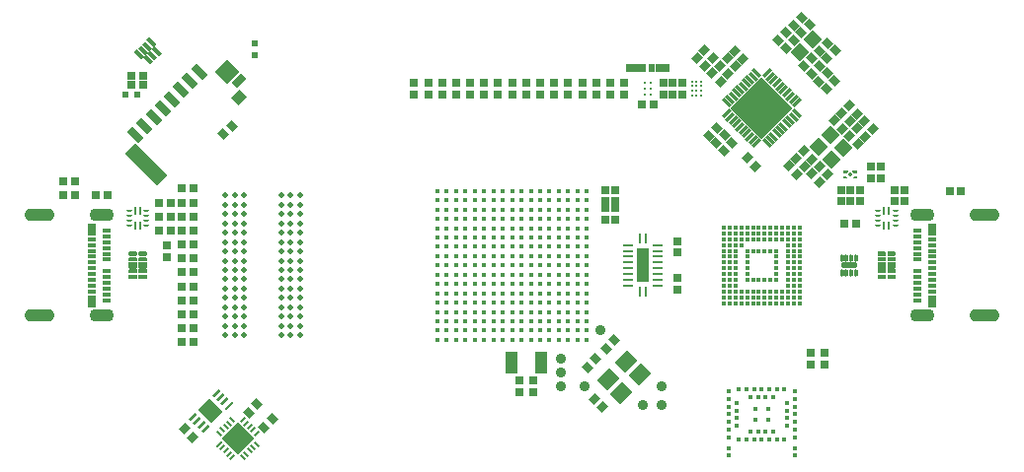
<source format=gbr>
%TF.GenerationSoftware,Altium Limited,Altium Designer,23.1.1 (15)*%
G04 Layer_Color=8388736*
%FSLAX45Y45*%
%MOMM*%
%TF.SameCoordinates,3FBC52AE-4862-4018-B763-16E4B67C7164*%
%TF.FilePolarity,Negative*%
%TF.FileFunction,Soldermask,Top*%
%TF.Part,Single*%
G01*
G75*
%TA.AperFunction,ConnectorPad*%
%ADD15R,0.70000X1.00000*%
%ADD16R,0.70000X0.30000*%
%TA.AperFunction,SMDPad,CuDef*%
%ADD17R,0.70000X1.00000*%
%ADD18R,0.70000X0.30000*%
%TA.AperFunction,BGAPad,CuDef*%
%ADD19R,0.35000X0.35000*%
%TA.AperFunction,SMDPad,CuDef*%
%ADD20R,0.42000X0.42000*%
%ADD21R,0.24000X0.90000*%
%ADD22R,1.00000X2.90000*%
%ADD23R,0.90000X0.24000*%
G04:AMPARAMS|DCode=26|XSize=1.4mm|YSize=1.6mm|CornerRadius=0mm|HoleSize=0mm|Usage=FLASHONLY|Rotation=225.000|XOffset=0mm|YOffset=0mm|HoleType=Round|Shape=Rectangle|*
%AMROTATEDRECTD26*
4,1,4,-0.07071,1.06066,1.06066,-0.07071,0.07071,-1.06066,-1.06066,0.07071,-0.07071,1.06066,0.0*
%
%ADD26ROTATEDRECTD26*%

G04:AMPARAMS|DCode=27|XSize=0.86107mm|YSize=0.23928mm|CornerRadius=0.11964mm|HoleSize=0mm|Usage=FLASHONLY|Rotation=225.000|XOffset=0mm|YOffset=0mm|HoleType=Round|Shape=RoundedRectangle|*
%AMROUNDEDRECTD27*
21,1,0.86107,0.00000,0,0,225.0*
21,1,0.62178,0.23928,0,0,225.0*
1,1,0.23928,-0.21983,-0.21983*
1,1,0.23928,0.21983,0.21983*
1,1,0.23928,0.21983,0.21983*
1,1,0.23928,-0.21983,-0.21983*
%
%ADD27ROUNDEDRECTD27*%
G04:AMPARAMS|DCode=28|XSize=0.86107mm|YSize=0.23928mm|CornerRadius=0mm|HoleSize=0mm|Usage=FLASHONLY|Rotation=225.000|XOffset=0mm|YOffset=0mm|HoleType=Round|Shape=Rectangle|*
%AMROTATEDRECTD28*
4,1,4,0.21983,0.38903,0.38903,0.21983,-0.21983,-0.38903,-0.38903,-0.21983,0.21983,0.38903,0.0*
%
%ADD28ROTATEDRECTD28*%

%ADD29R,0.60000X0.50000*%
%ADD30R,0.50000X0.60000*%
%TA.AperFunction,BGAPad,CuDef*%
%ADD35C,0.25500*%
%ADD36C,0.22100*%
%TA.AperFunction,SMDPad,CuDef*%
G04:AMPARAMS|DCode=45|XSize=0.19247mm|YSize=0.63107mm|CornerRadius=0.09624mm|HoleSize=0mm|Usage=FLASHONLY|Rotation=45.000|XOffset=0mm|YOffset=0mm|HoleType=Round|Shape=RoundedRectangle|*
%AMROUNDEDRECTD45*
21,1,0.19247,0.43859,0,0,45.0*
21,1,0.00000,0.63107,0,0,45.0*
1,1,0.19247,0.15507,-0.15506*
1,1,0.19247,0.15506,-0.15507*
1,1,0.19247,-0.15507,0.15506*
1,1,0.19247,-0.15506,0.15507*
%
%ADD45ROUNDEDRECTD45*%
G04:AMPARAMS|DCode=46|XSize=0.63107mm|YSize=0.19247mm|CornerRadius=0.09624mm|HoleSize=0mm|Usage=FLASHONLY|Rotation=45.000|XOffset=0mm|YOffset=0mm|HoleType=Round|Shape=RoundedRectangle|*
%AMROUNDEDRECTD46*
21,1,0.63107,0.00000,0,0,45.0*
21,1,0.43859,0.19247,0,0,45.0*
1,1,0.19247,0.15507,0.15506*
1,1,0.19247,-0.15506,-0.15507*
1,1,0.19247,-0.15507,-0.15506*
1,1,0.19247,0.15506,0.15507*
%
%ADD46ROUNDEDRECTD46*%
G04:AMPARAMS|DCode=47|XSize=0.63107mm|YSize=0.19247mm|CornerRadius=0mm|HoleSize=0mm|Usage=FLASHONLY|Rotation=45.000|XOffset=0mm|YOffset=0mm|HoleType=Round|Shape=Rectangle|*
%AMROTATEDRECTD47*
4,1,4,-0.15506,-0.29117,-0.29117,-0.15506,0.15506,0.29117,0.29117,0.15506,-0.15506,-0.29117,0.0*
%
%ADD47ROTATEDRECTD47*%

%ADD48P,2.75772X4X90.0*%
G04:AMPARAMS|DCode=58|XSize=0.5mm|YSize=0.2mm|CornerRadius=0.05mm|HoleSize=0mm|Usage=FLASHONLY|Rotation=180.000|XOffset=0mm|YOffset=0mm|HoleType=Round|Shape=RoundedRectangle|*
%AMROUNDEDRECTD58*
21,1,0.50000,0.10000,0,0,180.0*
21,1,0.40000,0.20000,0,0,180.0*
1,1,0.10000,-0.20000,0.05000*
1,1,0.10000,0.20000,0.05000*
1,1,0.10000,0.20000,-0.05000*
1,1,0.10000,-0.20000,-0.05000*
%
%ADD58ROUNDEDRECTD58*%
G04:AMPARAMS|DCode=59|XSize=0.2mm|YSize=0.7mm|CornerRadius=0.05mm|HoleSize=0mm|Usage=FLASHONLY|Rotation=180.000|XOffset=0mm|YOffset=0mm|HoleType=Round|Shape=RoundedRectangle|*
%AMROUNDEDRECTD59*
21,1,0.20000,0.60000,0,0,180.0*
21,1,0.10000,0.70000,0,0,180.0*
1,1,0.10000,-0.05000,0.30000*
1,1,0.10000,0.05000,0.30000*
1,1,0.10000,0.05000,-0.30000*
1,1,0.10000,-0.05000,-0.30000*
%
%ADD59ROUNDEDRECTD59*%
%TA.AperFunction,ComponentPad*%
G04:AMPARAMS|DCode=63|XSize=1.1mm|YSize=2.6mm|CornerRadius=0.55mm|HoleSize=0mm|Usage=FLASHONLY|Rotation=270.000|XOffset=0mm|YOffset=0mm|HoleType=Round|Shape=RoundedRectangle|*
%AMROUNDEDRECTD63*
21,1,1.10000,1.50000,0,0,270.0*
21,1,0.00000,2.60000,0,0,270.0*
1,1,1.10000,-0.75000,0.00000*
1,1,1.10000,-0.75000,0.00000*
1,1,1.10000,0.75000,0.00000*
1,1,1.10000,0.75000,0.00000*
%
%ADD63ROUNDEDRECTD63*%
G04:AMPARAMS|DCode=64|XSize=1.1mm|YSize=2.1mm|CornerRadius=0.55mm|HoleSize=0mm|Usage=FLASHONLY|Rotation=270.000|XOffset=0mm|YOffset=0mm|HoleType=Round|Shape=RoundedRectangle|*
%AMROUNDEDRECTD64*
21,1,1.10000,1.00000,0,0,270.0*
21,1,0.00000,2.10000,0,0,270.0*
1,1,1.10000,-0.50000,0.00000*
1,1,1.10000,-0.50000,0.00000*
1,1,1.10000,0.50000,0.00000*
1,1,1.10000,0.50000,0.00000*
%
%ADD64ROUNDEDRECTD64*%
%TA.AperFunction,NonConductor*%
G04:AMPARAMS|DCode=75|XSize=0.25mm|YSize=0.25mm|CornerRadius=0mm|HoleSize=0mm|Usage=FLASHONLY|Rotation=135.000|XOffset=0mm|YOffset=0mm|HoleType=Round|Shape=Rectangle|*
%AMROTATEDRECTD75*
4,1,4,0.17678,0.00000,0.00000,-0.17678,-0.17678,0.00000,0.00000,0.17678,0.17678,0.00000,0.0*
%
%ADD75ROTATEDRECTD75*%

%TA.AperFunction,SMDPad,CuDef*%
G04:AMPARAMS|DCode=76|XSize=0.74008mm|YSize=0.7mm|CornerRadius=0mm|HoleSize=0mm|Usage=FLASHONLY|Rotation=225.000|XOffset=0mm|YOffset=0mm|HoleType=Round|Shape=Rectangle|*
%AMROTATEDRECTD76*
4,1,4,0.01417,0.50915,0.50915,0.01417,-0.01417,-0.50915,-0.50915,-0.01417,0.01417,0.50915,0.0*
%
%ADD76ROTATEDRECTD76*%

G04:AMPARAMS|DCode=77|XSize=0.74008mm|YSize=0.7mm|CornerRadius=0mm|HoleSize=0mm|Usage=FLASHONLY|Rotation=315.000|XOffset=0mm|YOffset=0mm|HoleType=Round|Shape=Rectangle|*
%AMROTATEDRECTD77*
4,1,4,-0.50915,0.01417,-0.01417,0.50915,0.50915,-0.01417,0.01417,-0.50915,-0.50915,0.01417,0.0*
%
%ADD77ROTATEDRECTD77*%

%ADD78P,1.55564X4X90.0*%
%ADD79P,1.55564X4X180.0*%
%TA.AperFunction,BGAPad,CuDef*%
%ADD80C,0.51000*%
%ADD81C,0.45000*%
%TA.AperFunction,SMDPad,CuDef*%
G04:AMPARAMS|DCode=82|XSize=1.3mm|YSize=1.5mm|CornerRadius=0mm|HoleSize=0mm|Usage=FLASHONLY|Rotation=135.000|XOffset=0mm|YOffset=0mm|HoleType=Round|Shape=Rectangle|*
%AMROTATEDRECTD82*
4,1,4,0.98995,0.07071,-0.07071,-0.98995,-0.98995,-0.07071,0.07071,0.98995,0.98995,0.07071,0.0*
%
%ADD82ROTATEDRECTD82*%

%ADD83R,0.74008X0.70000*%
%ADD84R,0.70000X0.74008*%
G04:AMPARAMS|DCode=85|XSize=0.3mm|YSize=0.6mm|CornerRadius=0.1mm|HoleSize=0mm|Usage=FLASHONLY|Rotation=0.000|XOffset=0mm|YOffset=0mm|HoleType=Round|Shape=RoundedRectangle|*
%AMROUNDEDRECTD85*
21,1,0.30000,0.40000,0,0,0.0*
21,1,0.10000,0.60000,0,0,0.0*
1,1,0.20000,0.05000,-0.20000*
1,1,0.20000,-0.05000,-0.20000*
1,1,0.20000,-0.05000,0.20000*
1,1,0.20000,0.05000,0.20000*
%
%ADD85ROUNDEDRECTD85*%
G04:AMPARAMS|DCode=86|XSize=0.45mm|YSize=1.3mm|CornerRadius=0.10075mm|HoleSize=0mm|Usage=FLASHONLY|Rotation=270.000|XOffset=0mm|YOffset=0mm|HoleType=Round|Shape=RoundedRectangle|*
%AMROUNDEDRECTD86*
21,1,0.45000,1.09850,0,0,270.0*
21,1,0.24850,1.30000,0,0,270.0*
1,1,0.20150,-0.54925,-0.12425*
1,1,0.20150,-0.54925,0.12425*
1,1,0.20150,0.54925,0.12425*
1,1,0.20150,0.54925,-0.12425*
%
%ADD86ROUNDEDRECTD86*%
%ADD87P,5.37401X4X90.0*%
G04:AMPARAMS|DCode=88|XSize=0.94mm|YSize=0.32mm|CornerRadius=0.0775mm|HoleSize=0mm|Usage=FLASHONLY|Rotation=45.000|XOffset=0mm|YOffset=0mm|HoleType=Round|Shape=RoundedRectangle|*
%AMROUNDEDRECTD88*
21,1,0.94000,0.16500,0,0,45.0*
21,1,0.78500,0.32000,0,0,45.0*
1,1,0.15500,0.33588,0.21920*
1,1,0.15500,-0.21920,-0.33588*
1,1,0.15500,-0.33588,-0.21920*
1,1,0.15500,0.21920,0.33588*
%
%ADD88ROUNDEDRECTD88*%
G04:AMPARAMS|DCode=89|XSize=0.94mm|YSize=0.32mm|CornerRadius=0.0775mm|HoleSize=0mm|Usage=FLASHONLY|Rotation=135.000|XOffset=0mm|YOffset=0mm|HoleType=Round|Shape=RoundedRectangle|*
%AMROUNDEDRECTD89*
21,1,0.94000,0.16500,0,0,135.0*
21,1,0.78500,0.32000,0,0,135.0*
1,1,0.15500,-0.21920,0.33588*
1,1,0.15500,0.33588,-0.21920*
1,1,0.15500,0.21920,-0.33588*
1,1,0.15500,-0.33588,0.21920*
%
%ADD89ROUNDEDRECTD89*%
G04:AMPARAMS|DCode=90|XSize=1.05mm|YSize=0.95mm|CornerRadius=0mm|HoleSize=0mm|Usage=FLASHONLY|Rotation=45.000|XOffset=0mm|YOffset=0mm|HoleType=Round|Shape=Rectangle|*
%AMROTATEDRECTD90*
4,1,4,-0.03535,-0.70711,-0.70711,-0.03535,0.03535,0.70711,0.70711,0.03535,-0.03535,-0.70711,0.0*
%
%ADD90ROTATEDRECTD90*%

G04:AMPARAMS|DCode=91|XSize=1.1mm|YSize=0.7mm|CornerRadius=0mm|HoleSize=0mm|Usage=FLASHONLY|Rotation=45.000|XOffset=0mm|YOffset=0mm|HoleType=Round|Shape=Rectangle|*
%AMROTATEDRECTD91*
4,1,4,-0.14142,-0.63640,-0.63640,-0.14142,0.14142,0.63640,0.63640,0.14142,-0.14142,-0.63640,0.0*
%
%ADD91ROTATEDRECTD91*%

G04:AMPARAMS|DCode=92|XSize=1.55mm|YSize=1.5mm|CornerRadius=0mm|HoleSize=0mm|Usage=FLASHONLY|Rotation=45.000|XOffset=0mm|YOffset=0mm|HoleType=Round|Shape=Rectangle|*
%AMROTATEDRECTD92*
4,1,4,-0.01768,-1.07834,-1.07834,-0.01768,0.01768,1.07834,1.07834,0.01768,-0.01768,-1.07834,0.0*
%
%ADD92ROTATEDRECTD92*%

G04:AMPARAMS|DCode=93|XSize=1.3mm|YSize=3.89mm|CornerRadius=0mm|HoleSize=0mm|Usage=FLASHONLY|Rotation=45.000|XOffset=0mm|YOffset=0mm|HoleType=Round|Shape=Rectangle|*
%AMROTATEDRECTD93*
4,1,4,0.91570,-1.83494,-1.83494,0.91570,-0.91570,1.83494,1.83494,-0.91570,0.91570,-1.83494,0.0*
%
%ADD93ROTATEDRECTD93*%

G04:AMPARAMS|DCode=94|XSize=0.7mm|YSize=1.35mm|CornerRadius=0mm|HoleSize=0mm|Usage=FLASHONLY|Rotation=225.000|XOffset=0mm|YOffset=0mm|HoleType=Round|Shape=Rectangle|*
%AMROTATEDRECTD94*
4,1,4,-0.22981,0.72478,0.72478,-0.22981,0.22981,-0.72478,-0.72478,0.22981,-0.22981,0.72478,0.0*
%
%ADD94ROTATEDRECTD94*%

%ADD95R,1.10000X1.90000*%
%ADD96R,1.15000X0.80000*%
%ADD97R,0.62000X0.80000*%
%TA.AperFunction,ViaPad*%
%ADD98C,0.91280*%
G36*
X3768310Y7143051D02*
X3742899Y7117640D01*
X3682373Y7178166D01*
X3707784Y7203577D01*
X3768310Y7143051D01*
D02*
G37*
G36*
X3732954Y7107695D02*
X3707512Y7082253D01*
X3646886Y7142880D01*
X3672328Y7168322D01*
X3732954Y7107695D01*
D02*
G37*
G36*
X3697599Y7072340D02*
X3672093Y7046834D01*
X3611534Y7107393D01*
X3637040Y7132900D01*
X3697599Y7072340D01*
D02*
G37*
G36*
X3813211Y7062794D02*
X3787831Y7037414D01*
X3727377Y7097868D01*
X3752757Y7123248D01*
X3813211Y7062794D01*
D02*
G37*
G36*
X3662244Y7036985D02*
X3636598Y7011339D01*
X3575962Y7071974D01*
X3601608Y7097621D01*
X3662244Y7036985D01*
D02*
G37*
G36*
X3777856Y7027439D02*
X3752387Y7001970D01*
X3691931Y7062427D01*
X3717399Y7087895D01*
X3777856Y7027439D01*
D02*
G37*
G36*
X3742501Y6992084D02*
X3716912Y6966495D01*
X3656458Y7026950D01*
X3682046Y7052538D01*
X3742501Y6992084D01*
D02*
G37*
G36*
X9775361Y6055097D02*
X9776356D01*
X9778194Y6054336D01*
X9779600Y6052929D01*
X9780361Y6051092D01*
Y6050097D01*
X9780361Y6038097D01*
Y6037102D01*
X9779600Y6035265D01*
X9778194Y6033858D01*
X9776356Y6033097D01*
X9775361Y6033097D01*
X9754361D01*
X9738362Y6049097D01*
Y6055097D01*
X9775361D01*
Y6055097D01*
D02*
G37*
G36*
X9702362Y6049097D02*
X9686362Y6033097D01*
X9665361D01*
X9664367Y6033097D01*
X9662529Y6033858D01*
X9661123Y6035265D01*
X9660361Y6037102D01*
Y6038097D01*
X9660362D01*
Y6050097D01*
Y6051092D01*
X9661123Y6052929D01*
X9662529Y6054336D01*
X9664367Y6055097D01*
X9665361D01*
X9665362Y6055097D01*
X9702362D01*
Y6049097D01*
D02*
G37*
G36*
X9778194Y6006336D02*
X9779600Y6004929D01*
X9780362Y6003092D01*
X9780361Y6002097D01*
Y6002097D01*
X9780361Y5990097D01*
Y5989103D01*
X9779600Y5987265D01*
X9778194Y5985858D01*
X9776356Y5985097D01*
X9738362D01*
Y5991097D01*
X9754361Y6007097D01*
X9775361Y6007097D01*
X9776356Y6007097D01*
X9778194Y6006336D01*
D02*
G37*
G36*
X9702366Y5991094D02*
Y5985094D01*
X9665366Y5985094D01*
X9664371D01*
X9662533Y5985855D01*
X9661127Y5987262D01*
X9660366Y5989099D01*
Y5990094D01*
Y6002094D01*
X9660365D01*
Y6003089D01*
X9661127Y6004926D01*
X9662533Y6006333D01*
X9664371Y6007094D01*
X9665365Y6007094D01*
X9686366Y6007094D01*
X9702366Y5991094D01*
D02*
G37*
G36*
X10102800Y5356900D02*
X10103000D01*
X10103300Y5356800D01*
X10103500D01*
X10103800Y5356700D01*
X10104000Y5356600D01*
X10104300Y5356500D01*
X10104500Y5356300D01*
X10104700Y5356200D01*
X10104900Y5356000D01*
X10105100Y5355900D01*
X10105300Y5355700D01*
X10105500Y5355500D01*
X10105700Y5355300D01*
X10105900Y5355100D01*
X10106000Y5354900D01*
X10106200Y5354700D01*
X10106300Y5354500D01*
X10106500Y5354300D01*
X10106600Y5354000D01*
X10106700Y5353800D01*
X10106800Y5353500D01*
Y5353300D01*
X10106900Y5353000D01*
Y5352800D01*
X10107000Y5352500D01*
Y5352300D01*
Y5352000D01*
Y5328000D01*
Y5327700D01*
Y5327500D01*
X10106900Y5327200D01*
Y5327000D01*
X10106800Y5326700D01*
Y5326500D01*
X10106700Y5326200D01*
X10106600Y5326000D01*
X10106500Y5325700D01*
X10106300Y5325500D01*
X10106200Y5325300D01*
X10106000Y5325100D01*
X10105900Y5324900D01*
X10105700Y5324700D01*
X10105500Y5324500D01*
X10105300Y5324300D01*
X10105100Y5324100D01*
X10104900Y5324000D01*
X10104700Y5323800D01*
X10104500Y5323700D01*
X10104300Y5323500D01*
X10104000Y5323400D01*
X10103800Y5323300D01*
X10103500Y5323200D01*
X10103300D01*
X10103000Y5323100D01*
X10102800D01*
X10102500Y5323000D01*
X10041000D01*
X10040700Y5323100D01*
X10040500D01*
X10040200Y5323200D01*
X10040000D01*
X10039700Y5323300D01*
X10039500Y5323400D01*
X10039200Y5323500D01*
X10039000Y5323700D01*
X10038800Y5323800D01*
X10038600Y5324000D01*
X10038400Y5324100D01*
X10038200Y5324300D01*
X10038000Y5324500D01*
X10037800Y5324700D01*
X10037600Y5324900D01*
X10037500Y5325100D01*
X10037300Y5325300D01*
X10037200Y5325500D01*
X10037000Y5325700D01*
X10036900Y5326000D01*
X10036800Y5326200D01*
X10036700Y5326500D01*
Y5326700D01*
X10036600Y5327000D01*
Y5327200D01*
X10036500Y5327500D01*
Y5327700D01*
Y5328000D01*
Y5352000D01*
Y5352300D01*
Y5352500D01*
X10036600Y5352800D01*
Y5353000D01*
X10036700Y5353300D01*
Y5353500D01*
X10036800Y5353800D01*
X10036900Y5354000D01*
X10037000Y5354300D01*
X10037200Y5354500D01*
X10037300Y5354700D01*
X10037500Y5354900D01*
X10037600Y5355100D01*
X10037800Y5355300D01*
X10038000Y5355500D01*
X10038200Y5355700D01*
X10038400Y5355900D01*
X10038600Y5356000D01*
X10038800Y5356200D01*
X10039000Y5356300D01*
X10039200Y5356500D01*
X10039500Y5356600D01*
X10039700Y5356700D01*
X10040000Y5356800D01*
X10040200D01*
X10040500Y5356900D01*
X10040700D01*
X10041000Y5357000D01*
X10102500D01*
X10102800Y5356900D01*
D02*
G37*
G36*
X10019300D02*
X10019500D01*
X10019800Y5356800D01*
X10020000D01*
X10020300Y5356700D01*
X10020500Y5356600D01*
X10020800Y5356500D01*
X10021000Y5356300D01*
X10021200Y5356200D01*
X10021400Y5356000D01*
X10021600Y5355900D01*
X10021800Y5355700D01*
X10022000Y5355500D01*
X10022200Y5355300D01*
X10022400Y5355100D01*
X10022500Y5354900D01*
X10022700Y5354700D01*
X10022800Y5354500D01*
X10023000Y5354300D01*
X10023100Y5354000D01*
X10023200Y5353800D01*
X10023300Y5353500D01*
Y5353300D01*
X10023400Y5353000D01*
Y5352800D01*
X10023500Y5352500D01*
Y5352300D01*
Y5352000D01*
Y5328000D01*
Y5327700D01*
Y5327500D01*
X10023400Y5327200D01*
Y5327000D01*
X10023300Y5326700D01*
Y5326500D01*
X10023200Y5326200D01*
X10023100Y5326000D01*
X10023000Y5325700D01*
X10022800Y5325500D01*
X10022700Y5325300D01*
X10022500Y5325100D01*
X10022400Y5324900D01*
X10022200Y5324700D01*
X10022000Y5324500D01*
X10021800Y5324300D01*
X10021600Y5324100D01*
X10021400Y5324000D01*
X10021200Y5323800D01*
X10021000Y5323700D01*
X10020800Y5323500D01*
X10020500Y5323400D01*
X10020300Y5323300D01*
X10020000Y5323200D01*
X10019800D01*
X10019500Y5323100D01*
X10019300D01*
X10019000Y5323000D01*
X9957500D01*
X9957200Y5323100D01*
X9957000D01*
X9956700Y5323200D01*
X9956500D01*
X9956200Y5323300D01*
X9956000Y5323400D01*
X9955700Y5323500D01*
X9955500Y5323700D01*
X9955300Y5323800D01*
X9955100Y5324000D01*
X9954900Y5324100D01*
X9954700Y5324300D01*
X9954500Y5324500D01*
X9954300Y5324700D01*
X9954100Y5324900D01*
X9954000Y5325100D01*
X9953800Y5325300D01*
X9953700Y5325500D01*
X9953500Y5325700D01*
X9953400Y5326000D01*
X9953300Y5326200D01*
X9953200Y5326500D01*
Y5326700D01*
X9953100Y5327000D01*
Y5327200D01*
X9953000Y5327500D01*
Y5327700D01*
Y5328000D01*
Y5352000D01*
Y5352300D01*
Y5352500D01*
X9953100Y5352800D01*
Y5353000D01*
X9953200Y5353300D01*
Y5353500D01*
X9953300Y5353800D01*
X9953400Y5354000D01*
X9953500Y5354300D01*
X9953700Y5354500D01*
X9953800Y5354700D01*
X9954000Y5354900D01*
X9954100Y5355100D01*
X9954300Y5355300D01*
X9954500Y5355500D01*
X9954700Y5355700D01*
X9954900Y5355900D01*
X9955100Y5356000D01*
X9955300Y5356200D01*
X9955500Y5356300D01*
X9955700Y5356500D01*
X9956000Y5356600D01*
X9956200Y5356700D01*
X9956500Y5356800D01*
X9956700D01*
X9957000Y5356900D01*
X9957200D01*
X9957500Y5357000D01*
X10019000D01*
X10019300Y5356900D01*
D02*
G37*
G36*
X3682798D02*
X3682998D01*
X3683298Y5356800D01*
X3683498D01*
X3683798Y5356700D01*
X3683998Y5356600D01*
X3684298Y5356500D01*
X3684498Y5356300D01*
X3684698Y5356200D01*
X3684898Y5356000D01*
X3685098Y5355900D01*
X3685298Y5355700D01*
X3685498Y5355500D01*
X3685698Y5355300D01*
X3685898Y5355100D01*
X3685998Y5354900D01*
X3686198Y5354700D01*
X3686298Y5354500D01*
X3686498Y5354300D01*
X3686598Y5354000D01*
X3686698Y5353800D01*
X3686798Y5353500D01*
Y5353300D01*
X3686898Y5353000D01*
Y5352800D01*
X3686998Y5352500D01*
Y5352300D01*
Y5352000D01*
Y5328000D01*
Y5327700D01*
Y5327500D01*
X3686898Y5327200D01*
Y5327000D01*
X3686798Y5326700D01*
Y5326500D01*
X3686698Y5326200D01*
X3686598Y5326000D01*
X3686498Y5325700D01*
X3686298Y5325500D01*
X3686198Y5325300D01*
X3685998Y5325100D01*
X3685898Y5324900D01*
X3685698Y5324700D01*
X3685498Y5324500D01*
X3685298Y5324300D01*
X3685098Y5324100D01*
X3684898Y5324000D01*
X3684698Y5323800D01*
X3684498Y5323700D01*
X3684298Y5323500D01*
X3683998Y5323400D01*
X3683798Y5323300D01*
X3683498Y5323200D01*
X3683298D01*
X3682998Y5323100D01*
X3682798D01*
X3682498Y5323000D01*
X3620998D01*
X3620698Y5323100D01*
X3620498D01*
X3620198Y5323200D01*
X3619998D01*
X3619698Y5323300D01*
X3619498Y5323400D01*
X3619198Y5323500D01*
X3618998Y5323700D01*
X3618798Y5323800D01*
X3618598Y5324000D01*
X3618398Y5324100D01*
X3618198Y5324300D01*
X3617998Y5324500D01*
X3617798Y5324700D01*
X3617598Y5324900D01*
X3617498Y5325100D01*
X3617298Y5325300D01*
X3617198Y5325500D01*
X3616998Y5325700D01*
X3616898Y5326000D01*
X3616798Y5326200D01*
X3616698Y5326500D01*
Y5326700D01*
X3616598Y5327000D01*
Y5327200D01*
X3616498Y5327500D01*
Y5327700D01*
Y5328000D01*
Y5352000D01*
Y5352300D01*
Y5352500D01*
X3616598Y5352800D01*
Y5353000D01*
X3616698Y5353300D01*
Y5353500D01*
X3616798Y5353800D01*
X3616898Y5354000D01*
X3616998Y5354300D01*
X3617198Y5354500D01*
X3617298Y5354700D01*
X3617498Y5354900D01*
X3617598Y5355100D01*
X3617798Y5355300D01*
X3617998Y5355500D01*
X3618198Y5355700D01*
X3618398Y5355900D01*
X3618598Y5356000D01*
X3618798Y5356200D01*
X3618998Y5356300D01*
X3619198Y5356500D01*
X3619498Y5356600D01*
X3619698Y5356700D01*
X3619998Y5356800D01*
X3620198D01*
X3620498Y5356900D01*
X3620698D01*
X3620998Y5357000D01*
X3682498D01*
X3682798Y5356900D01*
D02*
G37*
G36*
X3599298D02*
X3599498D01*
X3599798Y5356800D01*
X3599998D01*
X3600298Y5356700D01*
X3600498Y5356600D01*
X3600798Y5356500D01*
X3600998Y5356300D01*
X3601198Y5356200D01*
X3601398Y5356000D01*
X3601598Y5355900D01*
X3601798Y5355700D01*
X3601998Y5355500D01*
X3602198Y5355300D01*
X3602398Y5355100D01*
X3602498Y5354900D01*
X3602698Y5354700D01*
X3602798Y5354500D01*
X3602998Y5354300D01*
X3603098Y5354000D01*
X3603198Y5353800D01*
X3603298Y5353500D01*
Y5353300D01*
X3603398Y5353000D01*
Y5352800D01*
X3603498Y5352500D01*
Y5352300D01*
Y5352000D01*
Y5328000D01*
Y5327700D01*
Y5327500D01*
X3603398Y5327200D01*
Y5327000D01*
X3603298Y5326700D01*
Y5326500D01*
X3603198Y5326200D01*
X3603098Y5326000D01*
X3602998Y5325700D01*
X3602798Y5325500D01*
X3602698Y5325300D01*
X3602498Y5325100D01*
X3602398Y5324900D01*
X3602198Y5324700D01*
X3601998Y5324500D01*
X3601798Y5324300D01*
X3601598Y5324100D01*
X3601398Y5324000D01*
X3601198Y5323800D01*
X3600998Y5323700D01*
X3600798Y5323500D01*
X3600498Y5323400D01*
X3600298Y5323300D01*
X3599998Y5323200D01*
X3599798D01*
X3599498Y5323100D01*
X3599298D01*
X3598998Y5323000D01*
X3537498D01*
X3537198Y5323100D01*
X3536998D01*
X3536698Y5323200D01*
X3536498D01*
X3536198Y5323300D01*
X3535998Y5323400D01*
X3535698Y5323500D01*
X3535498Y5323700D01*
X3535298Y5323800D01*
X3535098Y5324000D01*
X3534898Y5324100D01*
X3534698Y5324300D01*
X3534498Y5324500D01*
X3534298Y5324700D01*
X3534098Y5324900D01*
X3533998Y5325100D01*
X3533798Y5325300D01*
X3533698Y5325500D01*
X3533498Y5325700D01*
X3533398Y5326000D01*
X3533298Y5326200D01*
X3533198Y5326500D01*
Y5326700D01*
X3533098Y5327000D01*
Y5327200D01*
X3532998Y5327500D01*
Y5327700D01*
Y5328000D01*
Y5352000D01*
Y5352300D01*
Y5352500D01*
X3533098Y5352800D01*
Y5353000D01*
X3533198Y5353300D01*
Y5353500D01*
X3533298Y5353800D01*
X3533398Y5354000D01*
X3533498Y5354300D01*
X3533698Y5354500D01*
X3533798Y5354700D01*
X3533998Y5354900D01*
X3534098Y5355100D01*
X3534298Y5355300D01*
X3534498Y5355500D01*
X3534698Y5355700D01*
X3534898Y5355900D01*
X3535098Y5356000D01*
X3535298Y5356200D01*
X3535498Y5356300D01*
X3535698Y5356500D01*
X3535998Y5356600D01*
X3536198Y5356700D01*
X3536498Y5356800D01*
X3536698D01*
X3536998Y5356900D01*
X3537198D01*
X3537498Y5357000D01*
X3598998D01*
X3599298Y5356900D01*
D02*
G37*
G36*
X10102800Y5306900D02*
X10103000D01*
X10103300Y5306800D01*
X10103500D01*
X10103800Y5306700D01*
X10104000Y5306600D01*
X10104300Y5306500D01*
X10104500Y5306300D01*
X10104700Y5306200D01*
X10104900Y5306000D01*
X10105100Y5305900D01*
X10105300Y5305700D01*
X10105500Y5305500D01*
X10105700Y5305300D01*
X10105900Y5305100D01*
X10106000Y5304900D01*
X10106200Y5304700D01*
X10106300Y5304500D01*
X10106500Y5304300D01*
X10106600Y5304000D01*
X10106700Y5303800D01*
X10106800Y5303500D01*
Y5303300D01*
X10106900Y5303000D01*
Y5302800D01*
X10107000Y5302500D01*
Y5302300D01*
Y5302000D01*
Y5278000D01*
Y5277700D01*
Y5277500D01*
X10106900Y5277200D01*
Y5277000D01*
X10106800Y5276700D01*
Y5276500D01*
X10106700Y5276200D01*
X10106600Y5276000D01*
X10106500Y5275700D01*
X10106300Y5275500D01*
X10106200Y5275300D01*
X10106000Y5275100D01*
X10105900Y5274900D01*
X10105700Y5274700D01*
X10105500Y5274500D01*
X10105300Y5274300D01*
X10105100Y5274100D01*
X10104900Y5274000D01*
X10104700Y5273800D01*
X10104500Y5273700D01*
X10104300Y5273500D01*
X10104000Y5273400D01*
X10103800Y5273300D01*
X10103500Y5273200D01*
X10103300D01*
X10103000Y5273100D01*
X10102800D01*
X10102500Y5273000D01*
X10041000D01*
X10040700Y5273100D01*
X10040500D01*
X10040200Y5273200D01*
X10040000D01*
X10039700Y5273300D01*
X10039500Y5273400D01*
X10039200Y5273500D01*
X10039000Y5273700D01*
X10038800Y5273800D01*
X10038600Y5274000D01*
X10038400Y5274100D01*
X10038200Y5274300D01*
X10038000Y5274500D01*
X10037800Y5274700D01*
X10037600Y5274900D01*
X10037500Y5275100D01*
X10037300Y5275300D01*
X10037200Y5275500D01*
X10037000Y5275700D01*
X10036900Y5276000D01*
X10036800Y5276200D01*
X10036700Y5276500D01*
Y5276700D01*
X10036600Y5277000D01*
Y5277200D01*
X10036500Y5277500D01*
Y5277700D01*
Y5278000D01*
Y5302000D01*
Y5302300D01*
Y5302500D01*
X10036600Y5302800D01*
Y5303000D01*
X10036700Y5303300D01*
Y5303500D01*
X10036800Y5303800D01*
X10036900Y5304000D01*
X10037000Y5304300D01*
X10037200Y5304500D01*
X10037300Y5304700D01*
X10037500Y5304900D01*
X10037600Y5305100D01*
X10037800Y5305300D01*
X10038000Y5305500D01*
X10038200Y5305700D01*
X10038400Y5305900D01*
X10038600Y5306000D01*
X10038800Y5306200D01*
X10039000Y5306300D01*
X10039200Y5306500D01*
X10039500Y5306600D01*
X10039700Y5306700D01*
X10040000Y5306800D01*
X10040200D01*
X10040500Y5306900D01*
X10040700D01*
X10041000Y5307000D01*
X10102500D01*
X10102800Y5306900D01*
D02*
G37*
G36*
X10019300D02*
X10019500D01*
X10019800Y5306800D01*
X10020000D01*
X10020300Y5306700D01*
X10020500Y5306600D01*
X10020800Y5306500D01*
X10021000Y5306300D01*
X10021200Y5306200D01*
X10021400Y5306000D01*
X10021600Y5305900D01*
X10021800Y5305700D01*
X10022000Y5305500D01*
X10022200Y5305300D01*
X10022400Y5305100D01*
X10022500Y5304900D01*
X10022700Y5304700D01*
X10022800Y5304500D01*
X10023000Y5304300D01*
X10023100Y5304000D01*
X10023200Y5303800D01*
X10023300Y5303500D01*
Y5303300D01*
X10023400Y5303000D01*
Y5302800D01*
X10023500Y5302500D01*
Y5302300D01*
Y5302000D01*
Y5278000D01*
Y5277700D01*
Y5277500D01*
X10023400Y5277200D01*
Y5277000D01*
X10023300Y5276700D01*
Y5276500D01*
X10023200Y5276200D01*
X10023100Y5276000D01*
X10023000Y5275700D01*
X10022800Y5275500D01*
X10022700Y5275300D01*
X10022500Y5275100D01*
X10022400Y5274900D01*
X10022200Y5274700D01*
X10022000Y5274500D01*
X10021800Y5274300D01*
X10021600Y5274100D01*
X10021400Y5274000D01*
X10021200Y5273800D01*
X10021000Y5273700D01*
X10020800Y5273500D01*
X10020500Y5273400D01*
X10020300Y5273300D01*
X10020000Y5273200D01*
X10019800D01*
X10019500Y5273100D01*
X10019300D01*
X10019000Y5273000D01*
X9957500D01*
X9957200Y5273100D01*
X9957000D01*
X9956700Y5273200D01*
X9956500D01*
X9956200Y5273300D01*
X9956000Y5273400D01*
X9955700Y5273500D01*
X9955500Y5273700D01*
X9955300Y5273800D01*
X9955100Y5274000D01*
X9954900Y5274100D01*
X9954700Y5274300D01*
X9954500Y5274500D01*
X9954300Y5274700D01*
X9954100Y5274900D01*
X9954000Y5275100D01*
X9953800Y5275300D01*
X9953700Y5275500D01*
X9953500Y5275700D01*
X9953400Y5276000D01*
X9953300Y5276200D01*
X9953200Y5276500D01*
Y5276700D01*
X9953100Y5277000D01*
Y5277200D01*
X9953000Y5277500D01*
Y5277700D01*
Y5278000D01*
Y5302000D01*
Y5302300D01*
Y5302500D01*
X9953100Y5302800D01*
Y5303000D01*
X9953200Y5303300D01*
Y5303500D01*
X9953300Y5303800D01*
X9953400Y5304000D01*
X9953500Y5304300D01*
X9953700Y5304500D01*
X9953800Y5304700D01*
X9954000Y5304900D01*
X9954100Y5305100D01*
X9954300Y5305300D01*
X9954500Y5305500D01*
X9954700Y5305700D01*
X9954900Y5305900D01*
X9955100Y5306000D01*
X9955300Y5306200D01*
X9955500Y5306300D01*
X9955700Y5306500D01*
X9956000Y5306600D01*
X9956200Y5306700D01*
X9956500Y5306800D01*
X9956700D01*
X9957000Y5306900D01*
X9957200D01*
X9957500Y5307000D01*
X10019000D01*
X10019300Y5306900D01*
D02*
G37*
G36*
X3682798D02*
X3682998D01*
X3683298Y5306800D01*
X3683498D01*
X3683798Y5306700D01*
X3683998Y5306600D01*
X3684298Y5306500D01*
X3684498Y5306300D01*
X3684698Y5306200D01*
X3684898Y5306000D01*
X3685098Y5305900D01*
X3685298Y5305700D01*
X3685498Y5305500D01*
X3685698Y5305300D01*
X3685898Y5305100D01*
X3685998Y5304900D01*
X3686198Y5304700D01*
X3686298Y5304500D01*
X3686498Y5304300D01*
X3686598Y5304000D01*
X3686698Y5303800D01*
X3686798Y5303500D01*
Y5303300D01*
X3686898Y5303000D01*
Y5302800D01*
X3686998Y5302500D01*
Y5302300D01*
Y5302000D01*
Y5278000D01*
Y5277700D01*
Y5277500D01*
X3686898Y5277200D01*
Y5277000D01*
X3686798Y5276700D01*
Y5276500D01*
X3686698Y5276200D01*
X3686598Y5276000D01*
X3686498Y5275700D01*
X3686298Y5275500D01*
X3686198Y5275300D01*
X3685998Y5275100D01*
X3685898Y5274900D01*
X3685698Y5274700D01*
X3685498Y5274500D01*
X3685298Y5274300D01*
X3685098Y5274100D01*
X3684898Y5274000D01*
X3684698Y5273800D01*
X3684498Y5273700D01*
X3684298Y5273500D01*
X3683998Y5273400D01*
X3683798Y5273300D01*
X3683498Y5273200D01*
X3683298D01*
X3682998Y5273100D01*
X3682798D01*
X3682498Y5273000D01*
X3620998D01*
X3620698Y5273100D01*
X3620498D01*
X3620198Y5273200D01*
X3619998D01*
X3619698Y5273300D01*
X3619498Y5273400D01*
X3619198Y5273500D01*
X3618998Y5273700D01*
X3618798Y5273800D01*
X3618598Y5274000D01*
X3618398Y5274100D01*
X3618198Y5274300D01*
X3617998Y5274500D01*
X3617798Y5274700D01*
X3617598Y5274900D01*
X3617498Y5275100D01*
X3617298Y5275300D01*
X3617198Y5275500D01*
X3616998Y5275700D01*
X3616898Y5276000D01*
X3616798Y5276200D01*
X3616698Y5276500D01*
Y5276700D01*
X3616598Y5277000D01*
Y5277200D01*
X3616498Y5277500D01*
Y5277700D01*
Y5278000D01*
Y5302000D01*
Y5302300D01*
Y5302500D01*
X3616598Y5302800D01*
Y5303000D01*
X3616698Y5303300D01*
Y5303500D01*
X3616798Y5303800D01*
X3616898Y5304000D01*
X3616998Y5304300D01*
X3617198Y5304500D01*
X3617298Y5304700D01*
X3617498Y5304900D01*
X3617598Y5305100D01*
X3617798Y5305300D01*
X3617998Y5305500D01*
X3618198Y5305700D01*
X3618398Y5305900D01*
X3618598Y5306000D01*
X3618798Y5306200D01*
X3618998Y5306300D01*
X3619198Y5306500D01*
X3619498Y5306600D01*
X3619698Y5306700D01*
X3619998Y5306800D01*
X3620198D01*
X3620498Y5306900D01*
X3620698D01*
X3620998Y5307000D01*
X3682498D01*
X3682798Y5306900D01*
D02*
G37*
G36*
X3599298D02*
X3599498D01*
X3599798Y5306800D01*
X3599998D01*
X3600298Y5306700D01*
X3600498Y5306600D01*
X3600798Y5306500D01*
X3600998Y5306300D01*
X3601198Y5306200D01*
X3601398Y5306000D01*
X3601598Y5305900D01*
X3601798Y5305700D01*
X3601998Y5305500D01*
X3602198Y5305300D01*
X3602398Y5305100D01*
X3602498Y5304900D01*
X3602698Y5304700D01*
X3602798Y5304500D01*
X3602998Y5304300D01*
X3603098Y5304000D01*
X3603198Y5303800D01*
X3603298Y5303500D01*
Y5303300D01*
X3603398Y5303000D01*
Y5302800D01*
X3603498Y5302500D01*
Y5302300D01*
Y5302000D01*
Y5278000D01*
Y5277700D01*
Y5277500D01*
X3603398Y5277200D01*
Y5277000D01*
X3603298Y5276700D01*
Y5276500D01*
X3603198Y5276200D01*
X3603098Y5276000D01*
X3602998Y5275700D01*
X3602798Y5275500D01*
X3602698Y5275300D01*
X3602498Y5275100D01*
X3602398Y5274900D01*
X3602198Y5274700D01*
X3601998Y5274500D01*
X3601798Y5274300D01*
X3601598Y5274100D01*
X3601398Y5274000D01*
X3601198Y5273800D01*
X3600998Y5273700D01*
X3600798Y5273500D01*
X3600498Y5273400D01*
X3600298Y5273300D01*
X3599998Y5273200D01*
X3599798D01*
X3599498Y5273100D01*
X3599298D01*
X3598998Y5273000D01*
X3537498D01*
X3537198Y5273100D01*
X3536998D01*
X3536698Y5273200D01*
X3536498D01*
X3536198Y5273300D01*
X3535998Y5273400D01*
X3535698Y5273500D01*
X3535498Y5273700D01*
X3535298Y5273800D01*
X3535098Y5274000D01*
X3534898Y5274100D01*
X3534698Y5274300D01*
X3534498Y5274500D01*
X3534298Y5274700D01*
X3534098Y5274900D01*
X3533998Y5275100D01*
X3533798Y5275300D01*
X3533698Y5275500D01*
X3533498Y5275700D01*
X3533398Y5276000D01*
X3533298Y5276200D01*
X3533198Y5276500D01*
Y5276700D01*
X3533098Y5277000D01*
Y5277200D01*
X3532998Y5277500D01*
Y5277700D01*
Y5278000D01*
Y5302000D01*
Y5302300D01*
Y5302500D01*
X3533098Y5302800D01*
Y5303000D01*
X3533198Y5303300D01*
Y5303500D01*
X3533298Y5303800D01*
X3533398Y5304000D01*
X3533498Y5304300D01*
X3533698Y5304500D01*
X3533798Y5304700D01*
X3533998Y5304900D01*
X3534098Y5305100D01*
X3534298Y5305300D01*
X3534498Y5305500D01*
X3534698Y5305700D01*
X3534898Y5305900D01*
X3535098Y5306000D01*
X3535298Y5306200D01*
X3535498Y5306300D01*
X3535698Y5306500D01*
X3535998Y5306600D01*
X3536198Y5306700D01*
X3536498Y5306800D01*
X3536698D01*
X3536998Y5306900D01*
X3537198D01*
X3537498Y5307000D01*
X3598998D01*
X3599298Y5306900D01*
D02*
G37*
G36*
X10102800Y5266900D02*
X10103000D01*
X10103300Y5266800D01*
X10103500D01*
X10103800Y5266700D01*
X10104000Y5266600D01*
X10104300Y5266500D01*
X10104500Y5266300D01*
X10104700Y5266200D01*
X10104900Y5266000D01*
X10105100Y5265900D01*
X10105300Y5265700D01*
X10105500Y5265500D01*
X10105700Y5265300D01*
X10105900Y5265100D01*
X10106000Y5264900D01*
X10106200Y5264700D01*
X10106300Y5264500D01*
X10106500Y5264300D01*
X10106600Y5264000D01*
X10106700Y5263800D01*
X10106800Y5263500D01*
Y5263300D01*
X10106900Y5263000D01*
Y5262800D01*
X10107000Y5262500D01*
Y5262300D01*
Y5262000D01*
Y5218000D01*
Y5217700D01*
Y5217500D01*
X10106900Y5217200D01*
Y5217000D01*
X10106800Y5216700D01*
Y5216500D01*
X10106700Y5216200D01*
X10106600Y5216000D01*
X10106500Y5215700D01*
X10106300Y5215500D01*
X10106200Y5215300D01*
X10106000Y5215100D01*
X10105900Y5214900D01*
X10105700Y5214700D01*
X10105500Y5214500D01*
X10105300Y5214300D01*
X10105100Y5214100D01*
X10104900Y5214000D01*
X10104700Y5213800D01*
X10104500Y5213700D01*
X10104300Y5213500D01*
X10104000Y5213400D01*
X10103800Y5213300D01*
X10103500Y5213200D01*
X10103300D01*
X10103000Y5213100D01*
X10102800D01*
X10102500Y5213000D01*
X10041000D01*
X10040700Y5213100D01*
X10040500D01*
X10040200Y5213200D01*
X10040000D01*
X10039700Y5213300D01*
X10039500Y5213400D01*
X10039200Y5213500D01*
X10039000Y5213700D01*
X10038800Y5213800D01*
X10038600Y5214000D01*
X10038400Y5214100D01*
X10038200Y5214300D01*
X10038000Y5214500D01*
X10037800Y5214700D01*
X10037600Y5214900D01*
X10037500Y5215100D01*
X10037300Y5215300D01*
X10037200Y5215500D01*
X10037000Y5215700D01*
X10036900Y5216000D01*
X10036800Y5216200D01*
X10036700Y5216500D01*
Y5216700D01*
X10036600Y5217000D01*
Y5217200D01*
X10036500Y5217500D01*
Y5217700D01*
Y5218000D01*
Y5262000D01*
Y5262300D01*
Y5262500D01*
X10036600Y5262800D01*
Y5263000D01*
X10036700Y5263300D01*
Y5263500D01*
X10036800Y5263800D01*
X10036900Y5264000D01*
X10037000Y5264300D01*
X10037200Y5264500D01*
X10037300Y5264700D01*
X10037500Y5264900D01*
X10037600Y5265100D01*
X10037800Y5265300D01*
X10038000Y5265500D01*
X10038200Y5265700D01*
X10038400Y5265900D01*
X10038600Y5266000D01*
X10038800Y5266200D01*
X10039000Y5266300D01*
X10039200Y5266500D01*
X10039500Y5266600D01*
X10039700Y5266700D01*
X10040000Y5266800D01*
X10040200D01*
X10040500Y5266900D01*
X10040700D01*
X10041000Y5267000D01*
X10102500D01*
X10102800Y5266900D01*
D02*
G37*
G36*
X10019300D02*
X10019500D01*
X10019800Y5266800D01*
X10020000D01*
X10020300Y5266700D01*
X10020500Y5266600D01*
X10020800Y5266500D01*
X10021000Y5266300D01*
X10021200Y5266200D01*
X10021400Y5266000D01*
X10021600Y5265900D01*
X10021800Y5265700D01*
X10022000Y5265500D01*
X10022200Y5265300D01*
X10022400Y5265100D01*
X10022500Y5264900D01*
X10022700Y5264700D01*
X10022800Y5264500D01*
X10023000Y5264300D01*
X10023100Y5264000D01*
X10023200Y5263800D01*
X10023300Y5263500D01*
Y5263300D01*
X10023400Y5263000D01*
Y5262800D01*
X10023500Y5262500D01*
Y5262300D01*
Y5262000D01*
Y5218000D01*
Y5217700D01*
Y5217500D01*
X10023400Y5217200D01*
Y5217000D01*
X10023300Y5216700D01*
Y5216500D01*
X10023200Y5216200D01*
X10023100Y5216000D01*
X10023000Y5215700D01*
X10022800Y5215500D01*
X10022700Y5215300D01*
X10022500Y5215100D01*
X10022400Y5214900D01*
X10022200Y5214700D01*
X10022000Y5214500D01*
X10021800Y5214300D01*
X10021600Y5214100D01*
X10021400Y5214000D01*
X10021200Y5213800D01*
X10021000Y5213700D01*
X10020800Y5213500D01*
X10020500Y5213400D01*
X10020300Y5213300D01*
X10020000Y5213200D01*
X10019800D01*
X10019500Y5213100D01*
X10019300D01*
X10019000Y5213000D01*
X9957500D01*
X9957200Y5213100D01*
X9957000D01*
X9956700Y5213200D01*
X9956500D01*
X9956200Y5213300D01*
X9956000Y5213400D01*
X9955700Y5213500D01*
X9955500Y5213700D01*
X9955300Y5213800D01*
X9955100Y5214000D01*
X9954900Y5214100D01*
X9954700Y5214300D01*
X9954500Y5214500D01*
X9954300Y5214700D01*
X9954100Y5214900D01*
X9954000Y5215100D01*
X9953800Y5215300D01*
X9953700Y5215500D01*
X9953500Y5215700D01*
X9953400Y5216000D01*
X9953300Y5216200D01*
X9953200Y5216500D01*
Y5216700D01*
X9953100Y5217000D01*
Y5217200D01*
X9953000Y5217500D01*
Y5217700D01*
Y5218000D01*
Y5262000D01*
Y5262300D01*
Y5262500D01*
X9953100Y5262800D01*
Y5263000D01*
X9953200Y5263300D01*
Y5263500D01*
X9953300Y5263800D01*
X9953400Y5264000D01*
X9953500Y5264300D01*
X9953700Y5264500D01*
X9953800Y5264700D01*
X9954000Y5264900D01*
X9954100Y5265100D01*
X9954300Y5265300D01*
X9954500Y5265500D01*
X9954700Y5265700D01*
X9954900Y5265900D01*
X9955100Y5266000D01*
X9955300Y5266200D01*
X9955500Y5266300D01*
X9955700Y5266500D01*
X9956000Y5266600D01*
X9956200Y5266700D01*
X9956500Y5266800D01*
X9956700D01*
X9957000Y5266900D01*
X9957200D01*
X9957500Y5267000D01*
X10019000D01*
X10019300Y5266900D01*
D02*
G37*
G36*
X3682798D02*
X3682998D01*
X3683298Y5266800D01*
X3683498D01*
X3683798Y5266700D01*
X3683998Y5266600D01*
X3684298Y5266500D01*
X3684498Y5266300D01*
X3684698Y5266200D01*
X3684898Y5266000D01*
X3685098Y5265900D01*
X3685298Y5265700D01*
X3685498Y5265500D01*
X3685698Y5265300D01*
X3685898Y5265100D01*
X3685998Y5264900D01*
X3686198Y5264700D01*
X3686298Y5264500D01*
X3686498Y5264300D01*
X3686598Y5264000D01*
X3686698Y5263800D01*
X3686798Y5263500D01*
Y5263300D01*
X3686898Y5263000D01*
Y5262800D01*
X3686998Y5262500D01*
Y5262300D01*
Y5262000D01*
Y5218000D01*
Y5217700D01*
Y5217500D01*
X3686898Y5217200D01*
Y5217000D01*
X3686798Y5216700D01*
Y5216500D01*
X3686698Y5216200D01*
X3686598Y5216000D01*
X3686498Y5215700D01*
X3686298Y5215500D01*
X3686198Y5215300D01*
X3685998Y5215100D01*
X3685898Y5214900D01*
X3685698Y5214700D01*
X3685498Y5214500D01*
X3685298Y5214300D01*
X3685098Y5214100D01*
X3684898Y5214000D01*
X3684698Y5213800D01*
X3684498Y5213700D01*
X3684298Y5213500D01*
X3683998Y5213400D01*
X3683798Y5213300D01*
X3683498Y5213200D01*
X3683298D01*
X3682998Y5213100D01*
X3682798D01*
X3682498Y5213000D01*
X3620998D01*
X3620698Y5213100D01*
X3620498D01*
X3620198Y5213200D01*
X3619998D01*
X3619698Y5213300D01*
X3619498Y5213400D01*
X3619198Y5213500D01*
X3618998Y5213700D01*
X3618798Y5213800D01*
X3618598Y5214000D01*
X3618398Y5214100D01*
X3618198Y5214300D01*
X3617998Y5214500D01*
X3617798Y5214700D01*
X3617598Y5214900D01*
X3617498Y5215100D01*
X3617298Y5215300D01*
X3617198Y5215500D01*
X3616998Y5215700D01*
X3616898Y5216000D01*
X3616798Y5216200D01*
X3616698Y5216500D01*
Y5216700D01*
X3616598Y5217000D01*
Y5217200D01*
X3616498Y5217500D01*
Y5217700D01*
Y5218000D01*
Y5262000D01*
Y5262300D01*
Y5262500D01*
X3616598Y5262800D01*
Y5263000D01*
X3616698Y5263300D01*
Y5263500D01*
X3616798Y5263800D01*
X3616898Y5264000D01*
X3616998Y5264300D01*
X3617198Y5264500D01*
X3617298Y5264700D01*
X3617498Y5264900D01*
X3617598Y5265100D01*
X3617798Y5265300D01*
X3617998Y5265500D01*
X3618198Y5265700D01*
X3618398Y5265900D01*
X3618598Y5266000D01*
X3618798Y5266200D01*
X3618998Y5266300D01*
X3619198Y5266500D01*
X3619498Y5266600D01*
X3619698Y5266700D01*
X3619998Y5266800D01*
X3620198D01*
X3620498Y5266900D01*
X3620698D01*
X3620998Y5267000D01*
X3682498D01*
X3682798Y5266900D01*
D02*
G37*
G36*
X3599298D02*
X3599498D01*
X3599798Y5266800D01*
X3599998D01*
X3600298Y5266700D01*
X3600498Y5266600D01*
X3600798Y5266500D01*
X3600998Y5266300D01*
X3601198Y5266200D01*
X3601398Y5266000D01*
X3601598Y5265900D01*
X3601798Y5265700D01*
X3601998Y5265500D01*
X3602198Y5265300D01*
X3602398Y5265100D01*
X3602498Y5264900D01*
X3602698Y5264700D01*
X3602798Y5264500D01*
X3602998Y5264300D01*
X3603098Y5264000D01*
X3603198Y5263800D01*
X3603298Y5263500D01*
Y5263300D01*
X3603398Y5263000D01*
Y5262800D01*
X3603498Y5262500D01*
Y5262300D01*
Y5262000D01*
Y5218000D01*
Y5217700D01*
Y5217500D01*
X3603398Y5217200D01*
Y5217000D01*
X3603298Y5216700D01*
Y5216500D01*
X3603198Y5216200D01*
X3603098Y5216000D01*
X3602998Y5215700D01*
X3602798Y5215500D01*
X3602698Y5215300D01*
X3602498Y5215100D01*
X3602398Y5214900D01*
X3602198Y5214700D01*
X3601998Y5214500D01*
X3601798Y5214300D01*
X3601598Y5214100D01*
X3601398Y5214000D01*
X3601198Y5213800D01*
X3600998Y5213700D01*
X3600798Y5213500D01*
X3600498Y5213400D01*
X3600298Y5213300D01*
X3599998Y5213200D01*
X3599798D01*
X3599498Y5213100D01*
X3599298D01*
X3598998Y5213000D01*
X3537498D01*
X3537198Y5213100D01*
X3536998D01*
X3536698Y5213200D01*
X3536498D01*
X3536198Y5213300D01*
X3535998Y5213400D01*
X3535698Y5213500D01*
X3535498Y5213700D01*
X3535298Y5213800D01*
X3535098Y5214000D01*
X3534898Y5214100D01*
X3534698Y5214300D01*
X3534498Y5214500D01*
X3534298Y5214700D01*
X3534098Y5214900D01*
X3533998Y5215100D01*
X3533798Y5215300D01*
X3533698Y5215500D01*
X3533498Y5215700D01*
X3533398Y5216000D01*
X3533298Y5216200D01*
X3533198Y5216500D01*
Y5216700D01*
X3533098Y5217000D01*
Y5217200D01*
X3532998Y5217500D01*
Y5217700D01*
Y5218000D01*
Y5262000D01*
Y5262300D01*
Y5262500D01*
X3533098Y5262800D01*
Y5263000D01*
X3533198Y5263300D01*
Y5263500D01*
X3533298Y5263800D01*
X3533398Y5264000D01*
X3533498Y5264300D01*
X3533698Y5264500D01*
X3533798Y5264700D01*
X3533998Y5264900D01*
X3534098Y5265100D01*
X3534298Y5265300D01*
X3534498Y5265500D01*
X3534698Y5265700D01*
X3534898Y5265900D01*
X3535098Y5266000D01*
X3535298Y5266200D01*
X3535498Y5266300D01*
X3535698Y5266500D01*
X3535998Y5266600D01*
X3536198Y5266700D01*
X3536498Y5266800D01*
X3536698D01*
X3536998Y5266900D01*
X3537198D01*
X3537498Y5267000D01*
X3598998D01*
X3599298Y5266900D01*
D02*
G37*
G36*
X10102800Y5206900D02*
X10103000D01*
X10103300Y5206800D01*
X10103500D01*
X10103800Y5206700D01*
X10104000Y5206600D01*
X10104300Y5206500D01*
X10104500Y5206300D01*
X10104700Y5206200D01*
X10104900Y5206000D01*
X10105100Y5205900D01*
X10105300Y5205700D01*
X10105500Y5205500D01*
X10105700Y5205300D01*
X10105900Y5205100D01*
X10106000Y5204900D01*
X10106200Y5204700D01*
X10106300Y5204500D01*
X10106500Y5204300D01*
X10106600Y5204000D01*
X10106700Y5203800D01*
X10106800Y5203500D01*
Y5203300D01*
X10106900Y5203000D01*
Y5202800D01*
X10107000Y5202500D01*
Y5202300D01*
Y5202000D01*
Y5178000D01*
Y5177700D01*
Y5177500D01*
X10106900Y5177200D01*
Y5177000D01*
X10106800Y5176700D01*
Y5176500D01*
X10106700Y5176200D01*
X10106600Y5176000D01*
X10106500Y5175700D01*
X10106300Y5175500D01*
X10106200Y5175300D01*
X10106000Y5175100D01*
X10105900Y5174900D01*
X10105700Y5174700D01*
X10105500Y5174500D01*
X10105300Y5174300D01*
X10105100Y5174100D01*
X10104900Y5174000D01*
X10104700Y5173800D01*
X10104500Y5173700D01*
X10104300Y5173500D01*
X10104000Y5173400D01*
X10103800Y5173300D01*
X10103500Y5173200D01*
X10103300D01*
X10103000Y5173100D01*
X10102800D01*
X10102500Y5173000D01*
X10041000D01*
X10040700Y5173100D01*
X10040500D01*
X10040200Y5173200D01*
X10040000D01*
X10039700Y5173300D01*
X10039500Y5173400D01*
X10039200Y5173500D01*
X10039000Y5173700D01*
X10038800Y5173800D01*
X10038600Y5174000D01*
X10038400Y5174100D01*
X10038200Y5174300D01*
X10038000Y5174500D01*
X10037800Y5174700D01*
X10037600Y5174900D01*
X10037500Y5175100D01*
X10037300Y5175300D01*
X10037200Y5175500D01*
X10037000Y5175700D01*
X10036900Y5176000D01*
X10036800Y5176200D01*
X10036700Y5176500D01*
Y5176700D01*
X10036600Y5177000D01*
Y5177200D01*
X10036500Y5177500D01*
Y5177700D01*
Y5178000D01*
Y5202000D01*
Y5202300D01*
Y5202500D01*
X10036600Y5202800D01*
Y5203000D01*
X10036700Y5203300D01*
Y5203500D01*
X10036800Y5203800D01*
X10036900Y5204000D01*
X10037000Y5204300D01*
X10037200Y5204500D01*
X10037300Y5204700D01*
X10037500Y5204900D01*
X10037600Y5205100D01*
X10037800Y5205300D01*
X10038000Y5205500D01*
X10038200Y5205700D01*
X10038400Y5205900D01*
X10038600Y5206000D01*
X10038800Y5206200D01*
X10039000Y5206300D01*
X10039200Y5206500D01*
X10039500Y5206600D01*
X10039700Y5206700D01*
X10040000Y5206800D01*
X10040200D01*
X10040500Y5206900D01*
X10040700D01*
X10041000Y5207000D01*
X10102500D01*
X10102800Y5206900D01*
D02*
G37*
G36*
X10019300D02*
X10019500D01*
X10019800Y5206800D01*
X10020000D01*
X10020300Y5206700D01*
X10020500Y5206600D01*
X10020800Y5206500D01*
X10021000Y5206300D01*
X10021200Y5206200D01*
X10021400Y5206000D01*
X10021600Y5205900D01*
X10021800Y5205700D01*
X10022000Y5205500D01*
X10022200Y5205300D01*
X10022400Y5205100D01*
X10022500Y5204900D01*
X10022700Y5204700D01*
X10022800Y5204500D01*
X10023000Y5204300D01*
X10023100Y5204000D01*
X10023200Y5203800D01*
X10023300Y5203500D01*
Y5203300D01*
X10023400Y5203000D01*
Y5202800D01*
X10023500Y5202500D01*
Y5202300D01*
Y5202000D01*
Y5178000D01*
Y5177700D01*
Y5177500D01*
X10023400Y5177200D01*
Y5177000D01*
X10023300Y5176700D01*
Y5176500D01*
X10023200Y5176200D01*
X10023100Y5176000D01*
X10023000Y5175700D01*
X10022800Y5175500D01*
X10022700Y5175300D01*
X10022500Y5175100D01*
X10022400Y5174900D01*
X10022200Y5174700D01*
X10022000Y5174500D01*
X10021800Y5174300D01*
X10021600Y5174100D01*
X10021400Y5174000D01*
X10021200Y5173800D01*
X10021000Y5173700D01*
X10020800Y5173500D01*
X10020500Y5173400D01*
X10020300Y5173300D01*
X10020000Y5173200D01*
X10019800D01*
X10019500Y5173100D01*
X10019300D01*
X10019000Y5173000D01*
X9957500D01*
X9957200Y5173100D01*
X9957000D01*
X9956700Y5173200D01*
X9956500D01*
X9956200Y5173300D01*
X9956000Y5173400D01*
X9955700Y5173500D01*
X9955500Y5173700D01*
X9955300Y5173800D01*
X9955100Y5174000D01*
X9954900Y5174100D01*
X9954700Y5174300D01*
X9954500Y5174500D01*
X9954300Y5174700D01*
X9954100Y5174900D01*
X9954000Y5175100D01*
X9953800Y5175300D01*
X9953700Y5175500D01*
X9953500Y5175700D01*
X9953400Y5176000D01*
X9953300Y5176200D01*
X9953200Y5176500D01*
Y5176700D01*
X9953100Y5177000D01*
Y5177200D01*
X9953000Y5177500D01*
Y5177700D01*
Y5178000D01*
Y5202000D01*
Y5202300D01*
Y5202500D01*
X9953100Y5202800D01*
Y5203000D01*
X9953200Y5203300D01*
Y5203500D01*
X9953300Y5203800D01*
X9953400Y5204000D01*
X9953500Y5204300D01*
X9953700Y5204500D01*
X9953800Y5204700D01*
X9954000Y5204900D01*
X9954100Y5205100D01*
X9954300Y5205300D01*
X9954500Y5205500D01*
X9954700Y5205700D01*
X9954900Y5205900D01*
X9955100Y5206000D01*
X9955300Y5206200D01*
X9955500Y5206300D01*
X9955700Y5206500D01*
X9956000Y5206600D01*
X9956200Y5206700D01*
X9956500Y5206800D01*
X9956700D01*
X9957000Y5206900D01*
X9957200D01*
X9957500Y5207000D01*
X10019000D01*
X10019300Y5206900D01*
D02*
G37*
G36*
X3682798D02*
X3682998D01*
X3683298Y5206800D01*
X3683498D01*
X3683798Y5206700D01*
X3683998Y5206600D01*
X3684298Y5206500D01*
X3684498Y5206300D01*
X3684698Y5206200D01*
X3684898Y5206000D01*
X3685098Y5205900D01*
X3685298Y5205700D01*
X3685498Y5205500D01*
X3685698Y5205300D01*
X3685898Y5205100D01*
X3685998Y5204900D01*
X3686198Y5204700D01*
X3686298Y5204500D01*
X3686498Y5204300D01*
X3686598Y5204000D01*
X3686698Y5203800D01*
X3686798Y5203500D01*
Y5203300D01*
X3686898Y5203000D01*
Y5202800D01*
X3686998Y5202500D01*
Y5202300D01*
Y5202000D01*
Y5178000D01*
Y5177700D01*
Y5177500D01*
X3686898Y5177200D01*
Y5177000D01*
X3686798Y5176700D01*
Y5176500D01*
X3686698Y5176200D01*
X3686598Y5176000D01*
X3686498Y5175700D01*
X3686298Y5175500D01*
X3686198Y5175300D01*
X3685998Y5175100D01*
X3685898Y5174900D01*
X3685698Y5174700D01*
X3685498Y5174500D01*
X3685298Y5174300D01*
X3685098Y5174100D01*
X3684898Y5174000D01*
X3684698Y5173800D01*
X3684498Y5173700D01*
X3684298Y5173500D01*
X3683998Y5173400D01*
X3683798Y5173300D01*
X3683498Y5173200D01*
X3683298D01*
X3682998Y5173100D01*
X3682798D01*
X3682498Y5173000D01*
X3620998D01*
X3620698Y5173100D01*
X3620498D01*
X3620198Y5173200D01*
X3619998D01*
X3619698Y5173300D01*
X3619498Y5173400D01*
X3619198Y5173500D01*
X3618998Y5173700D01*
X3618798Y5173800D01*
X3618598Y5174000D01*
X3618398Y5174100D01*
X3618198Y5174300D01*
X3617998Y5174500D01*
X3617798Y5174700D01*
X3617598Y5174900D01*
X3617498Y5175100D01*
X3617298Y5175300D01*
X3617198Y5175500D01*
X3616998Y5175700D01*
X3616898Y5176000D01*
X3616798Y5176200D01*
X3616698Y5176500D01*
Y5176700D01*
X3616598Y5177000D01*
Y5177200D01*
X3616498Y5177500D01*
Y5177700D01*
Y5178000D01*
Y5202000D01*
Y5202300D01*
Y5202500D01*
X3616598Y5202800D01*
Y5203000D01*
X3616698Y5203300D01*
Y5203500D01*
X3616798Y5203800D01*
X3616898Y5204000D01*
X3616998Y5204300D01*
X3617198Y5204500D01*
X3617298Y5204700D01*
X3617498Y5204900D01*
X3617598Y5205100D01*
X3617798Y5205300D01*
X3617998Y5205500D01*
X3618198Y5205700D01*
X3618398Y5205900D01*
X3618598Y5206000D01*
X3618798Y5206200D01*
X3618998Y5206300D01*
X3619198Y5206500D01*
X3619498Y5206600D01*
X3619698Y5206700D01*
X3619998Y5206800D01*
X3620198D01*
X3620498Y5206900D01*
X3620698D01*
X3620998Y5207000D01*
X3682498D01*
X3682798Y5206900D01*
D02*
G37*
G36*
X3599298D02*
X3599498D01*
X3599798Y5206800D01*
X3599998D01*
X3600298Y5206700D01*
X3600498Y5206600D01*
X3600798Y5206500D01*
X3600998Y5206300D01*
X3601198Y5206200D01*
X3601398Y5206000D01*
X3601598Y5205900D01*
X3601798Y5205700D01*
X3601998Y5205500D01*
X3602198Y5205300D01*
X3602398Y5205100D01*
X3602498Y5204900D01*
X3602698Y5204700D01*
X3602798Y5204500D01*
X3602998Y5204300D01*
X3603098Y5204000D01*
X3603198Y5203800D01*
X3603298Y5203500D01*
Y5203300D01*
X3603398Y5203000D01*
Y5202800D01*
X3603498Y5202500D01*
Y5202300D01*
Y5202000D01*
Y5178000D01*
Y5177700D01*
Y5177500D01*
X3603398Y5177200D01*
Y5177000D01*
X3603298Y5176700D01*
Y5176500D01*
X3603198Y5176200D01*
X3603098Y5176000D01*
X3602998Y5175700D01*
X3602798Y5175500D01*
X3602698Y5175300D01*
X3602498Y5175100D01*
X3602398Y5174900D01*
X3602198Y5174700D01*
X3601998Y5174500D01*
X3601798Y5174300D01*
X3601598Y5174100D01*
X3601398Y5174000D01*
X3601198Y5173800D01*
X3600998Y5173700D01*
X3600798Y5173500D01*
X3600498Y5173400D01*
X3600298Y5173300D01*
X3599998Y5173200D01*
X3599798D01*
X3599498Y5173100D01*
X3599298D01*
X3598998Y5173000D01*
X3537498D01*
X3537198Y5173100D01*
X3536998D01*
X3536698Y5173200D01*
X3536498D01*
X3536198Y5173300D01*
X3535998Y5173400D01*
X3535698Y5173500D01*
X3535498Y5173700D01*
X3535298Y5173800D01*
X3535098Y5174000D01*
X3534898Y5174100D01*
X3534698Y5174300D01*
X3534498Y5174500D01*
X3534298Y5174700D01*
X3534098Y5174900D01*
X3533998Y5175100D01*
X3533798Y5175300D01*
X3533698Y5175500D01*
X3533498Y5175700D01*
X3533398Y5176000D01*
X3533298Y5176200D01*
X3533198Y5176500D01*
Y5176700D01*
X3533098Y5177000D01*
Y5177200D01*
X3532998Y5177500D01*
Y5177700D01*
Y5178000D01*
Y5202000D01*
Y5202300D01*
Y5202500D01*
X3533098Y5202800D01*
Y5203000D01*
X3533198Y5203300D01*
Y5203500D01*
X3533298Y5203800D01*
X3533398Y5204000D01*
X3533498Y5204300D01*
X3533698Y5204500D01*
X3533798Y5204700D01*
X3533998Y5204900D01*
X3534098Y5205100D01*
X3534298Y5205300D01*
X3534498Y5205500D01*
X3534698Y5205700D01*
X3534898Y5205900D01*
X3535098Y5206000D01*
X3535298Y5206200D01*
X3535498Y5206300D01*
X3535698Y5206500D01*
X3535998Y5206600D01*
X3536198Y5206700D01*
X3536498Y5206800D01*
X3536698D01*
X3536998Y5206900D01*
X3537198D01*
X3537498Y5207000D01*
X3598998D01*
X3599298Y5206900D01*
D02*
G37*
G36*
X10102800Y5156900D02*
X10103000D01*
X10103300Y5156800D01*
X10103500D01*
X10103800Y5156700D01*
X10104000Y5156600D01*
X10104300Y5156500D01*
X10104500Y5156300D01*
X10104700Y5156200D01*
X10104900Y5156000D01*
X10105100Y5155900D01*
X10105300Y5155700D01*
X10105500Y5155500D01*
X10105700Y5155300D01*
X10105900Y5155100D01*
X10106000Y5154900D01*
X10106200Y5154700D01*
X10106300Y5154500D01*
X10106500Y5154300D01*
X10106600Y5154000D01*
X10106700Y5153800D01*
X10106800Y5153500D01*
Y5153300D01*
X10106900Y5153000D01*
Y5152800D01*
X10107000Y5152500D01*
Y5152300D01*
Y5152000D01*
Y5128000D01*
Y5127700D01*
Y5127500D01*
X10106900Y5127200D01*
Y5127000D01*
X10106800Y5126700D01*
Y5126500D01*
X10106700Y5126200D01*
X10106600Y5126000D01*
X10106500Y5125700D01*
X10106300Y5125500D01*
X10106200Y5125300D01*
X10106000Y5125100D01*
X10105900Y5124900D01*
X10105700Y5124700D01*
X10105500Y5124500D01*
X10105300Y5124300D01*
X10105100Y5124100D01*
X10104900Y5124000D01*
X10104700Y5123800D01*
X10104500Y5123700D01*
X10104300Y5123500D01*
X10104000Y5123400D01*
X10103800Y5123300D01*
X10103500Y5123200D01*
X10103300D01*
X10103000Y5123100D01*
X10102800D01*
X10102500Y5123000D01*
X10041000D01*
X10040700Y5123100D01*
X10040500D01*
X10040200Y5123200D01*
X10040000D01*
X10039700Y5123300D01*
X10039500Y5123400D01*
X10039200Y5123500D01*
X10039000Y5123700D01*
X10038800Y5123800D01*
X10038600Y5124000D01*
X10038400Y5124100D01*
X10038200Y5124300D01*
X10038000Y5124500D01*
X10037800Y5124700D01*
X10037600Y5124900D01*
X10037500Y5125100D01*
X10037300Y5125300D01*
X10037200Y5125500D01*
X10037000Y5125700D01*
X10036900Y5126000D01*
X10036800Y5126200D01*
X10036700Y5126500D01*
Y5126700D01*
X10036600Y5127000D01*
Y5127200D01*
X10036500Y5127500D01*
Y5127700D01*
Y5128000D01*
Y5152000D01*
Y5152300D01*
Y5152500D01*
X10036600Y5152800D01*
Y5153000D01*
X10036700Y5153300D01*
Y5153500D01*
X10036800Y5153800D01*
X10036900Y5154000D01*
X10037000Y5154300D01*
X10037200Y5154500D01*
X10037300Y5154700D01*
X10037500Y5154900D01*
X10037600Y5155100D01*
X10037800Y5155300D01*
X10038000Y5155500D01*
X10038200Y5155700D01*
X10038400Y5155900D01*
X10038600Y5156000D01*
X10038800Y5156200D01*
X10039000Y5156300D01*
X10039200Y5156500D01*
X10039500Y5156600D01*
X10039700Y5156700D01*
X10040000Y5156800D01*
X10040200D01*
X10040500Y5156900D01*
X10040700D01*
X10041000Y5157000D01*
X10102500D01*
X10102800Y5156900D01*
D02*
G37*
G36*
X10019300D02*
X10019500D01*
X10019800Y5156800D01*
X10020000D01*
X10020300Y5156700D01*
X10020500Y5156600D01*
X10020800Y5156500D01*
X10021000Y5156300D01*
X10021200Y5156200D01*
X10021400Y5156000D01*
X10021600Y5155900D01*
X10021800Y5155700D01*
X10022000Y5155500D01*
X10022200Y5155300D01*
X10022400Y5155100D01*
X10022500Y5154900D01*
X10022700Y5154700D01*
X10022800Y5154500D01*
X10023000Y5154300D01*
X10023100Y5154000D01*
X10023200Y5153800D01*
X10023300Y5153500D01*
Y5153300D01*
X10023400Y5153000D01*
Y5152800D01*
X10023500Y5152500D01*
Y5152300D01*
Y5152000D01*
Y5128000D01*
Y5127700D01*
Y5127500D01*
X10023400Y5127200D01*
Y5127000D01*
X10023300Y5126700D01*
Y5126500D01*
X10023200Y5126200D01*
X10023100Y5126000D01*
X10023000Y5125700D01*
X10022800Y5125500D01*
X10022700Y5125300D01*
X10022500Y5125100D01*
X10022400Y5124900D01*
X10022200Y5124700D01*
X10022000Y5124500D01*
X10021800Y5124300D01*
X10021600Y5124100D01*
X10021400Y5124000D01*
X10021200Y5123800D01*
X10021000Y5123700D01*
X10020800Y5123500D01*
X10020500Y5123400D01*
X10020300Y5123300D01*
X10020000Y5123200D01*
X10019800D01*
X10019500Y5123100D01*
X10019300D01*
X10019000Y5123000D01*
X9957500D01*
X9957200Y5123100D01*
X9957000D01*
X9956700Y5123200D01*
X9956500D01*
X9956200Y5123300D01*
X9956000Y5123400D01*
X9955700Y5123500D01*
X9955500Y5123700D01*
X9955300Y5123800D01*
X9955100Y5124000D01*
X9954900Y5124100D01*
X9954700Y5124300D01*
X9954500Y5124500D01*
X9954300Y5124700D01*
X9954100Y5124900D01*
X9954000Y5125100D01*
X9953800Y5125300D01*
X9953700Y5125500D01*
X9953500Y5125700D01*
X9953400Y5126000D01*
X9953300Y5126200D01*
X9953200Y5126500D01*
Y5126700D01*
X9953100Y5127000D01*
Y5127200D01*
X9953000Y5127500D01*
Y5127700D01*
Y5128000D01*
Y5152000D01*
Y5152300D01*
Y5152500D01*
X9953100Y5152800D01*
Y5153000D01*
X9953200Y5153300D01*
Y5153500D01*
X9953300Y5153800D01*
X9953400Y5154000D01*
X9953500Y5154300D01*
X9953700Y5154500D01*
X9953800Y5154700D01*
X9954000Y5154900D01*
X9954100Y5155100D01*
X9954300Y5155300D01*
X9954500Y5155500D01*
X9954700Y5155700D01*
X9954900Y5155900D01*
X9955100Y5156000D01*
X9955300Y5156200D01*
X9955500Y5156300D01*
X9955700Y5156500D01*
X9956000Y5156600D01*
X9956200Y5156700D01*
X9956500Y5156800D01*
X9956700D01*
X9957000Y5156900D01*
X9957200D01*
X9957500Y5157000D01*
X10019000D01*
X10019300Y5156900D01*
D02*
G37*
G36*
X3682798D02*
X3682998D01*
X3683298Y5156800D01*
X3683498D01*
X3683798Y5156700D01*
X3683998Y5156600D01*
X3684298Y5156500D01*
X3684498Y5156300D01*
X3684698Y5156200D01*
X3684898Y5156000D01*
X3685098Y5155900D01*
X3685298Y5155700D01*
X3685498Y5155500D01*
X3685698Y5155300D01*
X3685898Y5155100D01*
X3685998Y5154900D01*
X3686198Y5154700D01*
X3686298Y5154500D01*
X3686498Y5154300D01*
X3686598Y5154000D01*
X3686698Y5153800D01*
X3686798Y5153500D01*
Y5153300D01*
X3686898Y5153000D01*
Y5152800D01*
X3686998Y5152500D01*
Y5152300D01*
Y5152000D01*
Y5128000D01*
Y5127700D01*
Y5127500D01*
X3686898Y5127200D01*
Y5127000D01*
X3686798Y5126700D01*
Y5126500D01*
X3686698Y5126200D01*
X3686598Y5126000D01*
X3686498Y5125700D01*
X3686298Y5125500D01*
X3686198Y5125300D01*
X3685998Y5125100D01*
X3685898Y5124900D01*
X3685698Y5124700D01*
X3685498Y5124500D01*
X3685298Y5124300D01*
X3685098Y5124100D01*
X3684898Y5124000D01*
X3684698Y5123800D01*
X3684498Y5123700D01*
X3684298Y5123500D01*
X3683998Y5123400D01*
X3683798Y5123300D01*
X3683498Y5123200D01*
X3683298D01*
X3682998Y5123100D01*
X3682798D01*
X3682498Y5123000D01*
X3620998D01*
X3620698Y5123100D01*
X3620498D01*
X3620198Y5123200D01*
X3619998D01*
X3619698Y5123300D01*
X3619498Y5123400D01*
X3619198Y5123500D01*
X3618998Y5123700D01*
X3618798Y5123800D01*
X3618598Y5124000D01*
X3618398Y5124100D01*
X3618198Y5124300D01*
X3617998Y5124500D01*
X3617798Y5124700D01*
X3617598Y5124900D01*
X3617498Y5125100D01*
X3617298Y5125300D01*
X3617198Y5125500D01*
X3616998Y5125700D01*
X3616898Y5126000D01*
X3616798Y5126200D01*
X3616698Y5126500D01*
Y5126700D01*
X3616598Y5127000D01*
Y5127200D01*
X3616498Y5127500D01*
Y5127700D01*
Y5128000D01*
Y5152000D01*
Y5152300D01*
Y5152500D01*
X3616598Y5152800D01*
Y5153000D01*
X3616698Y5153300D01*
Y5153500D01*
X3616798Y5153800D01*
X3616898Y5154000D01*
X3616998Y5154300D01*
X3617198Y5154500D01*
X3617298Y5154700D01*
X3617498Y5154900D01*
X3617598Y5155100D01*
X3617798Y5155300D01*
X3617998Y5155500D01*
X3618198Y5155700D01*
X3618398Y5155900D01*
X3618598Y5156000D01*
X3618798Y5156200D01*
X3618998Y5156300D01*
X3619198Y5156500D01*
X3619498Y5156600D01*
X3619698Y5156700D01*
X3619998Y5156800D01*
X3620198D01*
X3620498Y5156900D01*
X3620698D01*
X3620998Y5157000D01*
X3682498D01*
X3682798Y5156900D01*
D02*
G37*
G36*
X3599298D02*
X3599498D01*
X3599798Y5156800D01*
X3599998D01*
X3600298Y5156700D01*
X3600498Y5156600D01*
X3600798Y5156500D01*
X3600998Y5156300D01*
X3601198Y5156200D01*
X3601398Y5156000D01*
X3601598Y5155900D01*
X3601798Y5155700D01*
X3601998Y5155500D01*
X3602198Y5155300D01*
X3602398Y5155100D01*
X3602498Y5154900D01*
X3602698Y5154700D01*
X3602798Y5154500D01*
X3602998Y5154300D01*
X3603098Y5154000D01*
X3603198Y5153800D01*
X3603298Y5153500D01*
Y5153300D01*
X3603398Y5153000D01*
Y5152800D01*
X3603498Y5152500D01*
Y5152300D01*
Y5152000D01*
Y5128000D01*
Y5127700D01*
Y5127500D01*
X3603398Y5127200D01*
Y5127000D01*
X3603298Y5126700D01*
Y5126500D01*
X3603198Y5126200D01*
X3603098Y5126000D01*
X3602998Y5125700D01*
X3602798Y5125500D01*
X3602698Y5125300D01*
X3602498Y5125100D01*
X3602398Y5124900D01*
X3602198Y5124700D01*
X3601998Y5124500D01*
X3601798Y5124300D01*
X3601598Y5124100D01*
X3601398Y5124000D01*
X3601198Y5123800D01*
X3600998Y5123700D01*
X3600798Y5123500D01*
X3600498Y5123400D01*
X3600298Y5123300D01*
X3599998Y5123200D01*
X3599798D01*
X3599498Y5123100D01*
X3599298D01*
X3598998Y5123000D01*
X3537498D01*
X3537198Y5123100D01*
X3536998D01*
X3536698Y5123200D01*
X3536498D01*
X3536198Y5123300D01*
X3535998Y5123400D01*
X3535698Y5123500D01*
X3535498Y5123700D01*
X3535298Y5123800D01*
X3535098Y5124000D01*
X3534898Y5124100D01*
X3534698Y5124300D01*
X3534498Y5124500D01*
X3534298Y5124700D01*
X3534098Y5124900D01*
X3533998Y5125100D01*
X3533798Y5125300D01*
X3533698Y5125500D01*
X3533498Y5125700D01*
X3533398Y5126000D01*
X3533298Y5126200D01*
X3533198Y5126500D01*
Y5126700D01*
X3533098Y5127000D01*
Y5127200D01*
X3532998Y5127500D01*
Y5127700D01*
Y5128000D01*
Y5152000D01*
Y5152300D01*
Y5152500D01*
X3533098Y5152800D01*
Y5153000D01*
X3533198Y5153300D01*
Y5153500D01*
X3533298Y5153800D01*
X3533398Y5154000D01*
X3533498Y5154300D01*
X3533698Y5154500D01*
X3533798Y5154700D01*
X3533998Y5154900D01*
X3534098Y5155100D01*
X3534298Y5155300D01*
X3534498Y5155500D01*
X3534698Y5155700D01*
X3534898Y5155900D01*
X3535098Y5156000D01*
X3535298Y5156200D01*
X3535498Y5156300D01*
X3535698Y5156500D01*
X3535998Y5156600D01*
X3536198Y5156700D01*
X3536498Y5156800D01*
X3536698D01*
X3536998Y5156900D01*
X3537198D01*
X3537498Y5157000D01*
X3598998D01*
X3599298Y5156900D01*
D02*
G37*
D15*
X3214998Y4930000D02*
D03*
Y5550000D02*
D03*
D16*
Y5465000D02*
D03*
Y5415000D02*
D03*
Y5365000D02*
D03*
Y5315000D02*
D03*
Y5265000D02*
D03*
Y5215000D02*
D03*
Y5165000D02*
D03*
Y5115000D02*
D03*
Y5065000D02*
D03*
Y5015000D02*
D03*
X3344998Y4940000D02*
D03*
Y4990000D02*
D03*
Y5040000D02*
D03*
Y5090000D02*
D03*
Y5140000D02*
D03*
Y5190000D02*
D03*
Y5290000D02*
D03*
Y5340000D02*
D03*
Y5390000D02*
D03*
Y5440000D02*
D03*
Y5490000D02*
D03*
Y5540000D02*
D03*
D17*
X10425000Y5550000D02*
D03*
Y4930000D02*
D03*
D18*
Y5015000D02*
D03*
Y5065000D02*
D03*
Y5115000D02*
D03*
Y5165000D02*
D03*
Y5215000D02*
D03*
Y5265000D02*
D03*
Y5315000D02*
D03*
Y5365000D02*
D03*
Y5415000D02*
D03*
Y5465000D02*
D03*
X10295000Y5540000D02*
D03*
Y5490000D02*
D03*
Y5440000D02*
D03*
Y5390000D02*
D03*
Y5340000D02*
D03*
Y5290000D02*
D03*
Y5190000D02*
D03*
Y5140000D02*
D03*
Y5090000D02*
D03*
Y5040000D02*
D03*
Y4990000D02*
D03*
Y4940000D02*
D03*
D19*
X9244000Y3606002D02*
D03*
Y3671002D02*
D03*
Y3765202D02*
D03*
Y3830202D02*
D03*
Y3895202D02*
D03*
Y3960202D02*
D03*
Y4025202D02*
D03*
Y4090202D02*
D03*
Y4155202D02*
D03*
X9179000Y3862702D02*
D03*
Y3927702D02*
D03*
Y3992702D02*
D03*
Y4057702D02*
D03*
X9155000Y4174002D02*
D03*
X9090000D02*
D03*
X9025000D02*
D03*
X8960000D02*
D03*
X8895000D02*
D03*
X8830000D02*
D03*
X8765000D02*
D03*
X9057500Y4109002D02*
D03*
X8992500D02*
D03*
X8927500D02*
D03*
X8862500D02*
D03*
X8676000Y4155202D02*
D03*
Y4090202D02*
D03*
Y4025202D02*
D03*
Y3960202D02*
D03*
Y3895202D02*
D03*
Y3830202D02*
D03*
Y3765202D02*
D03*
Y3671002D02*
D03*
Y3606002D02*
D03*
X8741000Y4057702D02*
D03*
Y3992702D02*
D03*
Y3927702D02*
D03*
Y3862702D02*
D03*
X8765000Y3746502D02*
D03*
X8830000D02*
D03*
X8895000D02*
D03*
X8960000D02*
D03*
X9025000D02*
D03*
X9090000D02*
D03*
X9155000D02*
D03*
X8862500Y3811502D02*
D03*
X8927500D02*
D03*
X8992500D02*
D03*
X9057500D02*
D03*
D20*
X9012000Y3915202D02*
D03*
Y4005202D02*
D03*
X8908000D02*
D03*
Y3915202D02*
D03*
D21*
X7915139Y5470000D02*
D03*
X7965139D02*
D03*
X7915139Y5010000D02*
D03*
X7965139D02*
D03*
D22*
X7940139Y5240000D02*
D03*
D23*
X7810139Y5065000D02*
D03*
Y5115000D02*
D03*
Y5165000D02*
D03*
Y5215000D02*
D03*
Y5265000D02*
D03*
Y5315000D02*
D03*
Y5365000D02*
D03*
Y5415000D02*
D03*
X8070139D02*
D03*
Y5365000D02*
D03*
Y5315000D02*
D03*
Y5265000D02*
D03*
Y5215000D02*
D03*
Y5165000D02*
D03*
Y5115000D02*
D03*
Y5065000D02*
D03*
D26*
X4235549Y3987272D02*
D03*
D27*
X4187782Y3833438D02*
D03*
X4152426Y3868794D02*
D03*
X4117071Y3904149D02*
D03*
X4081716Y3939504D02*
D03*
X4283316Y4141105D02*
D03*
X4318672Y4105750D02*
D03*
X4354027Y4070394D02*
D03*
D28*
X4389382Y4035039D02*
D03*
D29*
X3601590Y6704183D02*
D03*
X3501591D02*
D03*
D30*
X4611723Y7050232D02*
D03*
Y7150232D02*
D03*
D35*
X8005144Y6810190D02*
D03*
Y6760190D02*
D03*
X7955144Y6810190D02*
D03*
Y6760190D02*
D03*
Y6710190D02*
D03*
X8005144D02*
D03*
D36*
X8440196Y6820190D02*
D03*
Y6780190D02*
D03*
X8400197D02*
D03*
X8440196Y6740190D02*
D03*
X8400197D02*
D03*
Y6820190D02*
D03*
X8360197Y6740190D02*
D03*
Y6780190D02*
D03*
Y6700190D02*
D03*
X8440196D02*
D03*
X8400197D02*
D03*
X8360197Y6820190D02*
D03*
D45*
X4309148Y3796535D02*
D03*
X4337433Y3824819D02*
D03*
X4365717Y3853103D02*
D03*
X4394001Y3881387D02*
D03*
X4422286Y3909672D02*
D03*
X4626008Y3705950D02*
D03*
X4597723Y3677665D02*
D03*
X4569439Y3649381D02*
D03*
X4541155Y3621097D02*
D03*
X4512871Y3592812D02*
D03*
D46*
Y3909672D02*
D03*
X4541155Y3881387D02*
D03*
X4569439Y3853103D02*
D03*
X4597723Y3824819D02*
D03*
X4626008Y3796535D02*
D03*
X4422286Y3592812D02*
D03*
X4394001Y3621097D02*
D03*
X4365717Y3649381D02*
D03*
X4337433Y3677665D02*
D03*
D47*
X4309148Y3705950D02*
D03*
D48*
X4467578Y3751242D02*
D03*
D58*
X9955002Y5584996D02*
D03*
Y5624996D02*
D03*
Y5664996D02*
D03*
Y5704996D02*
D03*
X10104999D02*
D03*
Y5664996D02*
D03*
Y5624996D02*
D03*
Y5584996D02*
D03*
X3534999Y5585000D02*
D03*
Y5625000D02*
D03*
Y5665000D02*
D03*
Y5705000D02*
D03*
X3684996D02*
D03*
Y5665000D02*
D03*
Y5625000D02*
D03*
Y5585000D02*
D03*
D59*
X10010003Y5710000D02*
D03*
X10050003D02*
D03*
Y5579998D02*
D03*
X10010003D02*
D03*
X3589995Y5709999D02*
D03*
X3629995D02*
D03*
Y5579996D02*
D03*
X3589995D02*
D03*
D63*
X2767998Y4808000D02*
D03*
Y5672000D02*
D03*
X10872001D02*
D03*
Y4808000D02*
D03*
D64*
X3303998D02*
D03*
Y5672000D02*
D03*
X10336000D02*
D03*
Y4808000D02*
D03*
D75*
X9720361Y6020097D02*
D03*
D76*
X9459680Y5956739D02*
D03*
X9388969Y6027449D02*
D03*
X8539565Y7016871D02*
D03*
X8468854Y7087581D02*
D03*
X9841026Y6479505D02*
D03*
X9911736Y6408795D02*
D03*
X7595447Y4024497D02*
D03*
X7524736Y4095207D02*
D03*
X8836900Y6163466D02*
D03*
X8907611Y6092755D02*
D03*
X8475557Y6952863D02*
D03*
X8404847Y7023573D02*
D03*
X9645001Y6547514D02*
D03*
X9715712Y6476804D02*
D03*
X9256953Y6159466D02*
D03*
X9327663Y6088755D02*
D03*
X9777018Y6415498D02*
D03*
X9847728Y6344787D02*
D03*
X9713010Y6351490D02*
D03*
X9783720Y6280779D02*
D03*
X9452977Y6091457D02*
D03*
X9523688Y6020747D02*
D03*
X8600871Y6955565D02*
D03*
X8671581Y6884855D02*
D03*
X8664879Y7019573D02*
D03*
X8735589Y6948863D02*
D03*
X9320961Y6223474D02*
D03*
X9391671Y6152763D02*
D03*
X9192945Y6095458D02*
D03*
X9263655Y6024747D02*
D03*
X9709009Y6611522D02*
D03*
X9779720Y6540812D02*
D03*
X9580993Y6483506D02*
D03*
X9651704Y6412796D02*
D03*
X8607574Y6820846D02*
D03*
X8536863Y6891557D02*
D03*
X8799598Y7012870D02*
D03*
X8728887Y7083581D02*
D03*
X4083008Y3764464D02*
D03*
X4012298Y3835175D02*
D03*
D77*
X9303660Y7371617D02*
D03*
X9232950Y7300906D02*
D03*
X8703585Y6295482D02*
D03*
X8632875Y6224772D02*
D03*
X8575569Y6423498D02*
D03*
X8504859Y6352788D02*
D03*
X4415049Y6435500D02*
D03*
X4344339Y6364789D02*
D03*
X4692382Y3848475D02*
D03*
X4763093Y3919185D02*
D03*
X7624749Y4524559D02*
D03*
X7695459Y4595270D02*
D03*
X7535440Y4435250D02*
D03*
X7464729Y4364540D02*
D03*
X9164941Y7104882D02*
D03*
X9235652Y7175592D02*
D03*
X9512985Y6756838D02*
D03*
X9583695Y6827549D02*
D03*
X9100933Y7168890D02*
D03*
X9171644Y7239600D02*
D03*
X9516985Y7016871D02*
D03*
X9587696Y7087581D02*
D03*
X9384969Y6884854D02*
D03*
X9455679Y6955565D02*
D03*
X8639578Y6359491D02*
D03*
X8568867Y6288780D02*
D03*
X9391672Y7019573D02*
D03*
X9320961Y6948863D02*
D03*
X9452977Y7080879D02*
D03*
X9523688Y7151589D02*
D03*
X9296958Y7236898D02*
D03*
X9367668Y7307609D02*
D03*
X9448977Y6820846D02*
D03*
X9519687Y6891557D02*
D03*
X4560366Y3976491D02*
D03*
X4631076Y4047201D02*
D03*
D78*
X9547779Y6360701D02*
D03*
X9660916Y6247564D02*
D03*
X9447766Y6260689D02*
D03*
X9560903Y6147552D02*
D03*
D79*
X9287746Y7071667D02*
D03*
X9400883Y7184804D02*
D03*
D80*
X4359998Y5839999D02*
D03*
X4439998D02*
D03*
X4519998D02*
D03*
X4839998D02*
D03*
X4919998D02*
D03*
X4999998D02*
D03*
X4359998Y5760000D02*
D03*
X4439998D02*
D03*
X4519998D02*
D03*
X4839998D02*
D03*
X4919998D02*
D03*
X4999998D02*
D03*
X4359998Y5680000D02*
D03*
X4439998D02*
D03*
X4519998D02*
D03*
X4839998D02*
D03*
X4919998D02*
D03*
X4999998D02*
D03*
X4359998Y5600000D02*
D03*
X4439998D02*
D03*
X4519998D02*
D03*
X4839998D02*
D03*
X4919998D02*
D03*
X4999998D02*
D03*
X4359998Y5520000D02*
D03*
X4439998D02*
D03*
X4519998D02*
D03*
X4839998D02*
D03*
X4919998D02*
D03*
X4999998D02*
D03*
X4359998Y5440000D02*
D03*
X4439998D02*
D03*
X4519998D02*
D03*
X4839998D02*
D03*
X4919998D02*
D03*
X4999998D02*
D03*
X4359998Y5360000D02*
D03*
X4439998D02*
D03*
X4519998D02*
D03*
X4839998D02*
D03*
X4919998D02*
D03*
X4999998D02*
D03*
X4359998Y5280000D02*
D03*
X4439998D02*
D03*
X4519998D02*
D03*
X4839998D02*
D03*
X4919998D02*
D03*
X4999998D02*
D03*
X4359998Y5200000D02*
D03*
X4439998D02*
D03*
X4519998D02*
D03*
X4839998D02*
D03*
X4919998D02*
D03*
X4999998D02*
D03*
X4359998Y5120000D02*
D03*
X4439998D02*
D03*
X4519998D02*
D03*
X4839998D02*
D03*
X4919998D02*
D03*
X4999998D02*
D03*
X4359998Y5040000D02*
D03*
X4439998D02*
D03*
X4519998D02*
D03*
X4839998D02*
D03*
X4919998D02*
D03*
X4999998D02*
D03*
X4359998Y4960000D02*
D03*
X4439998D02*
D03*
X4519998D02*
D03*
X4839998D02*
D03*
X4919998D02*
D03*
X4999998D02*
D03*
X4359998Y4880000D02*
D03*
X4439998D02*
D03*
X4519998D02*
D03*
X4839998D02*
D03*
X4919998D02*
D03*
X4999998D02*
D03*
X4359998Y4800000D02*
D03*
X4439998D02*
D03*
X4519998D02*
D03*
X4839998D02*
D03*
X4919998D02*
D03*
X4999998D02*
D03*
X4359998Y4720000D02*
D03*
X4439998D02*
D03*
X4519998D02*
D03*
X4839998D02*
D03*
X4919998D02*
D03*
X4999998D02*
D03*
X4359998Y4640000D02*
D03*
X4439998D02*
D03*
X4519998D02*
D03*
X4839998D02*
D03*
X4919998D02*
D03*
X4999998D02*
D03*
D81*
X9285000Y4915000D02*
D03*
Y4965000D02*
D03*
Y5015000D02*
D03*
Y5065000D02*
D03*
Y5115000D02*
D03*
Y5165000D02*
D03*
Y5215000D02*
D03*
Y5265000D02*
D03*
Y5315000D02*
D03*
Y5365000D02*
D03*
Y5415000D02*
D03*
Y5465000D02*
D03*
Y5515000D02*
D03*
Y5565000D02*
D03*
X9235000Y4915000D02*
D03*
Y4965000D02*
D03*
Y5015000D02*
D03*
Y5065000D02*
D03*
Y5115000D02*
D03*
Y5165000D02*
D03*
Y5215000D02*
D03*
Y5265000D02*
D03*
Y5315000D02*
D03*
Y5365000D02*
D03*
Y5415000D02*
D03*
Y5465000D02*
D03*
Y5515000D02*
D03*
Y5565000D02*
D03*
X9185000Y4915000D02*
D03*
Y4965000D02*
D03*
Y5015000D02*
D03*
Y5065000D02*
D03*
Y5115000D02*
D03*
Y5165000D02*
D03*
Y5215000D02*
D03*
Y5265000D02*
D03*
Y5315000D02*
D03*
Y5365000D02*
D03*
Y5415000D02*
D03*
Y5465000D02*
D03*
Y5515000D02*
D03*
Y5565000D02*
D03*
X9135000Y4915000D02*
D03*
Y4965000D02*
D03*
Y5015000D02*
D03*
Y5465000D02*
D03*
Y5515000D02*
D03*
Y5565000D02*
D03*
X9085000Y4915000D02*
D03*
Y4965000D02*
D03*
Y5015000D02*
D03*
Y5115000D02*
D03*
Y5165000D02*
D03*
Y5215000D02*
D03*
Y5265000D02*
D03*
Y5315000D02*
D03*
Y5365000D02*
D03*
Y5465000D02*
D03*
Y5515000D02*
D03*
Y5565000D02*
D03*
X9035000Y4915000D02*
D03*
Y4965000D02*
D03*
Y5015000D02*
D03*
Y5115000D02*
D03*
Y5365000D02*
D03*
Y5465000D02*
D03*
Y5515000D02*
D03*
Y5565000D02*
D03*
X8985000Y4915000D02*
D03*
Y4965000D02*
D03*
Y5015000D02*
D03*
Y5115000D02*
D03*
Y5365000D02*
D03*
Y5465000D02*
D03*
Y5515000D02*
D03*
Y5565000D02*
D03*
X8935000Y4915000D02*
D03*
Y4965000D02*
D03*
Y5015000D02*
D03*
Y5115000D02*
D03*
Y5365000D02*
D03*
Y5465000D02*
D03*
Y5515000D02*
D03*
Y5565000D02*
D03*
X8885000Y4915000D02*
D03*
Y4965000D02*
D03*
Y5015000D02*
D03*
Y5115000D02*
D03*
Y5365000D02*
D03*
Y5465000D02*
D03*
Y5515000D02*
D03*
Y5565000D02*
D03*
X8835000Y4915000D02*
D03*
Y4965000D02*
D03*
Y5015000D02*
D03*
Y5115000D02*
D03*
Y5165000D02*
D03*
Y5215000D02*
D03*
Y5265000D02*
D03*
Y5315000D02*
D03*
Y5365000D02*
D03*
Y5465000D02*
D03*
Y5515000D02*
D03*
Y5565000D02*
D03*
X8785000Y4915000D02*
D03*
Y4965000D02*
D03*
Y5015000D02*
D03*
Y5415000D02*
D03*
Y5465000D02*
D03*
Y5515000D02*
D03*
Y5565000D02*
D03*
X8735000Y4915000D02*
D03*
Y4965000D02*
D03*
Y5015000D02*
D03*
Y5065000D02*
D03*
Y5115000D02*
D03*
Y5165000D02*
D03*
Y5215000D02*
D03*
Y5265000D02*
D03*
Y5315000D02*
D03*
Y5365000D02*
D03*
Y5415000D02*
D03*
Y5465000D02*
D03*
Y5515000D02*
D03*
Y5565000D02*
D03*
X8685000Y4915000D02*
D03*
Y4965000D02*
D03*
Y5015000D02*
D03*
Y5065000D02*
D03*
Y5115000D02*
D03*
Y5165000D02*
D03*
Y5215000D02*
D03*
Y5265000D02*
D03*
Y5315000D02*
D03*
Y5365000D02*
D03*
Y5415000D02*
D03*
Y5465000D02*
D03*
Y5515000D02*
D03*
Y5565000D02*
D03*
X8635000Y4915000D02*
D03*
Y4965000D02*
D03*
Y5015000D02*
D03*
Y5065000D02*
D03*
Y5115000D02*
D03*
Y5165000D02*
D03*
Y5215000D02*
D03*
Y5265000D02*
D03*
Y5315000D02*
D03*
Y5365000D02*
D03*
Y5415000D02*
D03*
Y5465000D02*
D03*
Y5515000D02*
D03*
Y5565000D02*
D03*
X7459999Y4600000D02*
D03*
X7379999D02*
D03*
X7299999D02*
D03*
X7219999D02*
D03*
X7139999D02*
D03*
X7059999D02*
D03*
X6979999D02*
D03*
X6899999D02*
D03*
X6819999D02*
D03*
X6739999D02*
D03*
X6659999D02*
D03*
X6579999D02*
D03*
X6499999D02*
D03*
X6419999D02*
D03*
X6339999D02*
D03*
X6259999D02*
D03*
X6179999D02*
D03*
X7459999Y4680000D02*
D03*
X7379999D02*
D03*
X7299999D02*
D03*
X7219999D02*
D03*
X7139999D02*
D03*
X7059999D02*
D03*
X6979999D02*
D03*
X6899999D02*
D03*
X6819999D02*
D03*
X6739999D02*
D03*
X6659999D02*
D03*
X6579999D02*
D03*
X6499999D02*
D03*
X6419999D02*
D03*
X6339999D02*
D03*
X6259999D02*
D03*
X6179999D02*
D03*
X7459999Y4760000D02*
D03*
X7379999D02*
D03*
X7139999D02*
D03*
X7059999D02*
D03*
X6979999D02*
D03*
X6899999D02*
D03*
X6819999D02*
D03*
X6739999D02*
D03*
X6659999D02*
D03*
X6579999D02*
D03*
X6499999D02*
D03*
X6419999D02*
D03*
X6339999D02*
D03*
X6259999D02*
D03*
X6179999D02*
D03*
X7459999Y4840000D02*
D03*
X7379999D02*
D03*
X7299999D02*
D03*
X7219999D02*
D03*
X7139999D02*
D03*
X7059999D02*
D03*
X6979999D02*
D03*
X6899999D02*
D03*
X6819999D02*
D03*
X6739999D02*
D03*
X6659999D02*
D03*
X6579999D02*
D03*
X6499999D02*
D03*
X6419999D02*
D03*
X6339999D02*
D03*
X6259999D02*
D03*
X6179999D02*
D03*
X7459999Y4920000D02*
D03*
X7379999D02*
D03*
X7299999D02*
D03*
X7219999D02*
D03*
X7139999D02*
D03*
X7059999D02*
D03*
X6979999D02*
D03*
X6899999D02*
D03*
X6819999D02*
D03*
X6739999D02*
D03*
X6659999D02*
D03*
X6499999D02*
D03*
X6419999D02*
D03*
X6339999D02*
D03*
X6259999D02*
D03*
X6179999D02*
D03*
X7459999Y5000000D02*
D03*
X7379999D02*
D03*
X7299999D02*
D03*
X7219999D02*
D03*
X7139999D02*
D03*
X7059999D02*
D03*
X6979999D02*
D03*
X6899999D02*
D03*
X6819999D02*
D03*
X6739999D02*
D03*
X6659999D02*
D03*
X6579999D02*
D03*
X6499999D02*
D03*
X6419999D02*
D03*
X6339999D02*
D03*
X6259999D02*
D03*
X6179999D02*
D03*
X7459999Y5080000D02*
D03*
X7379999D02*
D03*
X7299999D02*
D03*
X7219999D02*
D03*
X7139999D02*
D03*
X7059999D02*
D03*
X6979999D02*
D03*
X6899999D02*
D03*
X6819999D02*
D03*
X6739999D02*
D03*
X6659999D02*
D03*
X6579999D02*
D03*
X6499999D02*
D03*
X6419999D02*
D03*
X6339999D02*
D03*
X6259999D02*
D03*
X6179999D02*
D03*
X7459999Y5160000D02*
D03*
X7379999D02*
D03*
X7299999D02*
D03*
X7219999D02*
D03*
X7139999D02*
D03*
X7059999D02*
D03*
X6979999D02*
D03*
X6899999D02*
D03*
X6819999D02*
D03*
X6739999D02*
D03*
X6659999D02*
D03*
X6579999D02*
D03*
X6499999D02*
D03*
X6419999D02*
D03*
X6339999D02*
D03*
X6259999D02*
D03*
X6179999D02*
D03*
X7459999Y5240000D02*
D03*
X7379999D02*
D03*
X7299999D02*
D03*
X7219999D02*
D03*
X7139999D02*
D03*
X7059999D02*
D03*
X6979999D02*
D03*
X6899999D02*
D03*
X6819999D02*
D03*
X6739999D02*
D03*
X6659999D02*
D03*
X6579999D02*
D03*
X6499999D02*
D03*
X6419999D02*
D03*
X6339999D02*
D03*
X6259999D02*
D03*
X6179999D02*
D03*
X7459999Y5320000D02*
D03*
X7379999D02*
D03*
X7299999D02*
D03*
X7219999D02*
D03*
X7139999D02*
D03*
X7059999D02*
D03*
X6979999D02*
D03*
X6899999D02*
D03*
X6819999D02*
D03*
X6739999D02*
D03*
X6659999D02*
D03*
X6579999D02*
D03*
X6499999D02*
D03*
X6419999D02*
D03*
X6339999D02*
D03*
X6259999D02*
D03*
X6179999D02*
D03*
X7459999Y5400000D02*
D03*
X7379999D02*
D03*
X7299999D02*
D03*
X7219999D02*
D03*
X7139999D02*
D03*
X7059999D02*
D03*
X6979999D02*
D03*
X6899999D02*
D03*
X6819999D02*
D03*
X6739999D02*
D03*
X6659999D02*
D03*
X6579999D02*
D03*
X6499999D02*
D03*
X6419999D02*
D03*
X6339999D02*
D03*
X6259999D02*
D03*
X6179999D02*
D03*
X7459999Y5480000D02*
D03*
X7379999D02*
D03*
X7299999D02*
D03*
X7219999D02*
D03*
X7139999D02*
D03*
X7059999D02*
D03*
X6979999D02*
D03*
X6899999D02*
D03*
X6819999D02*
D03*
X6739999D02*
D03*
X6659999D02*
D03*
X6579999D02*
D03*
X6499999D02*
D03*
X6419999D02*
D03*
X6339999D02*
D03*
X6259999D02*
D03*
X6179999D02*
D03*
X7459999Y5560000D02*
D03*
X7379999D02*
D03*
X7299999D02*
D03*
X7219999D02*
D03*
X7139999D02*
D03*
X7059999D02*
D03*
X6979999D02*
D03*
X6899999D02*
D03*
X6819999D02*
D03*
X6739999D02*
D03*
X6659999D02*
D03*
X6579999D02*
D03*
X6499999D02*
D03*
X6419999D02*
D03*
X6339999D02*
D03*
X6259999D02*
D03*
X6179999D02*
D03*
X7459999Y5640000D02*
D03*
X7379999D02*
D03*
X7299999D02*
D03*
X7219999D02*
D03*
X7139999D02*
D03*
X7059999D02*
D03*
X6979999D02*
D03*
X6899999D02*
D03*
X6819999D02*
D03*
X6739999D02*
D03*
X6659999D02*
D03*
X6579999D02*
D03*
X6499999D02*
D03*
X6419999D02*
D03*
X6339999D02*
D03*
X6259999D02*
D03*
X6179999D02*
D03*
X7459999Y5720000D02*
D03*
X7379999D02*
D03*
X7299999D02*
D03*
X7219999D02*
D03*
X7139999D02*
D03*
X7059999D02*
D03*
X6979999D02*
D03*
X6899999D02*
D03*
X6819999D02*
D03*
X6739999D02*
D03*
X6659999D02*
D03*
X6579999D02*
D03*
X6499999D02*
D03*
X6419999D02*
D03*
X6339999D02*
D03*
X6259999D02*
D03*
X6179999D02*
D03*
X7459999Y5800000D02*
D03*
X7379999D02*
D03*
X7299999D02*
D03*
X7219999D02*
D03*
X7139999D02*
D03*
X7059999D02*
D03*
X6979999D02*
D03*
X6899999D02*
D03*
X6819999D02*
D03*
X6739999D02*
D03*
X6659999D02*
D03*
X6579999D02*
D03*
X6499999D02*
D03*
X6419999D02*
D03*
X6339999D02*
D03*
X6259999D02*
D03*
X6179999D02*
D03*
X7459999Y5880000D02*
D03*
X7379999D02*
D03*
X7299999D02*
D03*
X7219999D02*
D03*
X7139999D02*
D03*
X7059999D02*
D03*
X6979999D02*
D03*
X6899999D02*
D03*
X6819999D02*
D03*
X6739999D02*
D03*
X6659999D02*
D03*
X6579999D02*
D03*
X6499999D02*
D03*
X6419999D02*
D03*
X6339999D02*
D03*
X6259999D02*
D03*
X6179999D02*
D03*
X7219999Y4760000D02*
D03*
X7299999D02*
D03*
X6579999Y4920000D02*
D03*
D82*
X7800596Y4414797D02*
D03*
X7913733Y4301660D02*
D03*
X7645033Y4259234D02*
D03*
X7758169Y4146097D02*
D03*
D83*
X9980394Y5990100D02*
D03*
Y6090100D02*
D03*
X6219924Y6710190D02*
D03*
Y6810190D02*
D03*
X7660104D02*
D03*
Y6710190D02*
D03*
X6579969Y6710933D02*
D03*
Y6810933D02*
D03*
X6699984Y6710933D02*
D03*
Y6810933D02*
D03*
X6339939Y6710933D02*
D03*
Y6810933D02*
D03*
X5979894Y6710190D02*
D03*
Y6810190D02*
D03*
X6459954Y6710190D02*
D03*
Y6810190D02*
D03*
X6099909Y6710190D02*
D03*
Y6810190D02*
D03*
X7060029Y6710933D02*
D03*
Y6810933D02*
D03*
X7420074Y6810190D02*
D03*
Y6710190D02*
D03*
X7180044Y6710933D02*
D03*
Y6810933D02*
D03*
X7544090Y6810190D02*
D03*
Y6710190D02*
D03*
X6819999D02*
D03*
Y6810190D02*
D03*
X7300059Y6710933D02*
D03*
Y6810933D02*
D03*
X6940014Y6710190D02*
D03*
Y6810190D02*
D03*
X3859629Y5410015D02*
D03*
Y5310015D02*
D03*
X7620099Y5790075D02*
D03*
Y5890075D02*
D03*
X8196171Y6810190D02*
D03*
Y6710190D02*
D03*
X8276181Y6810190D02*
D03*
Y6710190D02*
D03*
X10180419Y5790075D02*
D03*
Y5890075D02*
D03*
X9800372Y5790075D02*
D03*
Y5890075D02*
D03*
X10100409Y5790075D02*
D03*
Y5890075D02*
D03*
X7700109Y5790075D02*
D03*
Y5890075D02*
D03*
X9900384Y5990100D02*
D03*
Y6090100D02*
D03*
X8240177Y5450020D02*
D03*
Y5350020D02*
D03*
X7620099Y5730055D02*
D03*
Y5630055D02*
D03*
X7700109Y5730055D02*
D03*
Y5630055D02*
D03*
X8116161Y6710190D02*
D03*
Y6810189D02*
D03*
X7780119Y6810190D02*
D03*
Y6710190D02*
D03*
X8240177Y5029980D02*
D03*
Y5129979D02*
D03*
X6880007Y4249870D02*
D03*
Y4149870D02*
D03*
X7000022Y4249870D02*
D03*
Y4149870D02*
D03*
X9720362Y5790075D02*
D03*
Y5890074D02*
D03*
X9380319Y4389900D02*
D03*
Y4489899D02*
D03*
X9500334Y4489900D02*
D03*
Y4389900D02*
D03*
X9640352Y5890075D02*
D03*
Y5790075D02*
D03*
D84*
X3069524Y5960090D02*
D03*
X2969524D02*
D03*
X3789627Y5660052D02*
D03*
X3889626D02*
D03*
X3789627Y5780067D02*
D03*
X3889626D02*
D03*
X3789627Y5540037D02*
D03*
X3889626D02*
D03*
X4089651Y5420022D02*
D03*
X3989652D02*
D03*
Y5300007D02*
D03*
X4089651D02*
D03*
Y5540037D02*
D03*
X3989652D02*
D03*
X8030144Y6620172D02*
D03*
X7930144D02*
D03*
X9770362Y5600045D02*
D03*
X9670362D02*
D03*
X10570474Y5880080D02*
D03*
X10670474D02*
D03*
X3349559Y5840075D02*
D03*
X3249559D02*
D03*
X3069524D02*
D03*
X2969524D02*
D03*
X4089652Y5660052D02*
D03*
X3989652D02*
D03*
X4089652Y5179992D02*
D03*
X3989652D02*
D03*
X4089652Y5900082D02*
D03*
X3989652D02*
D03*
X4089652Y4819947D02*
D03*
X3989652D02*
D03*
X4089652Y4699932D02*
D03*
X3989652D02*
D03*
X4089652Y4939962D02*
D03*
X3989652D02*
D03*
X4089652Y5059977D02*
D03*
X3989652D02*
D03*
X4089652Y4579917D02*
D03*
X3989652D02*
D03*
X4089652Y5780067D02*
D03*
X3989652D02*
D03*
X3653597Y6872204D02*
D03*
X3553597D02*
D03*
X3653597Y6792194D02*
D03*
X3553597D02*
D03*
D85*
X9768998Y5302500D02*
D03*
X9728998D02*
D03*
X9688998D02*
D03*
X9648998D02*
D03*
Y5177500D02*
D03*
X9688998D02*
D03*
X9728998D02*
D03*
X9768998D02*
D03*
D86*
X9708998Y5240000D02*
D03*
D87*
X8960000Y6589997D02*
D03*
D88*
X9005608Y6890164D02*
D03*
X9033893Y6861879D02*
D03*
X9062177Y6833595D02*
D03*
X9090461Y6805311D02*
D03*
X9118745Y6777027D02*
D03*
X9147029Y6748742D02*
D03*
X9175314Y6720458D02*
D03*
X9203598Y6692174D02*
D03*
X9231882Y6663890D02*
D03*
X9260167Y6635605D02*
D03*
X8914391Y6289830D02*
D03*
X8886107Y6318115D02*
D03*
X8857823Y6346399D02*
D03*
X8829539Y6374683D02*
D03*
X8801254Y6402967D02*
D03*
X8772970Y6431252D02*
D03*
X8744686Y6459536D02*
D03*
X8716402Y6487820D02*
D03*
X8688117Y6516104D02*
D03*
X8659833Y6544388D02*
D03*
D89*
Y6635605D02*
D03*
X8688117Y6663890D02*
D03*
X8716402Y6692174D02*
D03*
X8744686Y6720458D02*
D03*
X8772970Y6748742D02*
D03*
X8801254Y6777027D02*
D03*
X8829539Y6805311D02*
D03*
X8857823Y6833595D02*
D03*
X8886107Y6861879D02*
D03*
X8914391Y6890164D02*
D03*
X9260167Y6544388D02*
D03*
X9231882Y6516104D02*
D03*
X9203598Y6487820D02*
D03*
X9175314Y6459536D02*
D03*
X9147029Y6431252D02*
D03*
X9118745Y6402967D02*
D03*
X9090461Y6374683D02*
D03*
X9062177Y6346399D02*
D03*
X9033893Y6318115D02*
D03*
X9005608Y6289830D02*
D03*
D90*
X4479844Y6683686D02*
D03*
D91*
X4479840Y6825111D02*
D03*
D92*
X4373776Y6899356D02*
D03*
D93*
X3682580Y6105627D02*
D03*
D94*
X3590655Y6356654D02*
D03*
X3668435Y6434434D02*
D03*
X3746218Y6512217D02*
D03*
X3823998Y6589997D02*
D03*
X3901781Y6667780D02*
D03*
X3979565Y6745564D02*
D03*
X4057344Y6823343D02*
D03*
X4135128Y6901127D02*
D03*
D95*
X7065015Y4403895D02*
D03*
X6815013D02*
D03*
D96*
X8107644Y6932211D02*
D03*
X7852634D02*
D03*
D97*
X8016149D02*
D03*
X7944129D02*
D03*
D98*
X7940139Y4039850D02*
D03*
X8100159D02*
D03*
X7440077Y4199870D02*
D03*
X7240052D02*
D03*
Y4319885D02*
D03*
X7580094Y4679930D02*
D03*
X8100159Y4199870D02*
D03*
X7240052Y4439900D02*
D03*
%TF.MD5,eb7b3be9242a5abac9cc95266d2554a8*%
M02*

</source>
